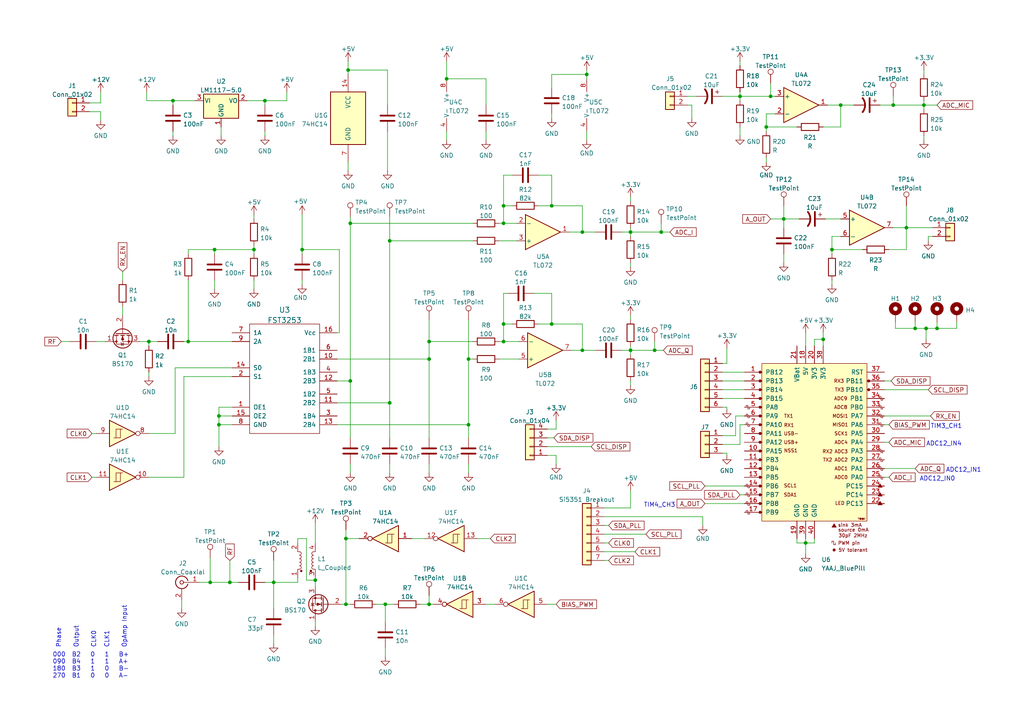
<source format=kicad_sch>
(kicad_sch (version 20211123) (generator eeschema)

  (uuid cfa9cd05-9603-46d5-b474-29a2d6124038)

  (paper "A4")

  

  (junction (at 62.23 72.39) (diameter 0) (color 0 0 0 0)
    (uuid 118788c2-d181-41ac-9cbd-c512dc3adb82)
  )
  (junction (at 60.96 168.91) (diameter 0) (color 0 0 0 0)
    (uuid 13085af3-7bd8-43b8-beef-92f1e8e982fc)
  )
  (junction (at 146.05 59.69) (diameter 0) (color 0 0 0 0)
    (uuid 13428218-0a65-44b6-b08d-cf0730c0cd0f)
  )
  (junction (at 160.02 59.69) (diameter 0) (color 0 0 0 0)
    (uuid 1901717c-1f5f-43dd-9370-d13f3aecf5bf)
  )
  (junction (at 267.97 30.48) (diameter 0) (color 0 0 0 0)
    (uuid 1a425413-4e3e-47dd-9a8f-197ab21a34f3)
  )
  (junction (at 100.965 20.32) (diameter 0) (color 0 0 0 0)
    (uuid 1f9a252b-d0e3-40a1-af05-36b545ec1908)
  )
  (junction (at 191.77 67.31) (diameter 0) (color 0 0 0 0)
    (uuid 263fcb62-8271-4cf6-8235-47231e0fcee9)
  )
  (junction (at 222.25 36.83) (diameter 0) (color 0 0 0 0)
    (uuid 2a00cc16-ff7e-4612-b94d-bb5628c69ca6)
  )
  (junction (at 168.91 67.31) (diameter 0) (color 0 0 0 0)
    (uuid 2a497385-098e-431d-a873-fcdc53acdcb7)
  )
  (junction (at 135.89 123.19) (diameter 0) (color 0 0 0 0)
    (uuid 2ac8fadc-60b4-4ef8-b7a6-ce2781e43973)
  )
  (junction (at 87.63 72.39) (diameter 0) (color 0 0 0 0)
    (uuid 2bf6097c-a364-4879-86f9-95ddd6eba2c4)
  )
  (junction (at 146.05 64.77) (diameter 0) (color 0 0 0 0)
    (uuid 30542b3e-e00f-4a3b-a705-9428f2abc665)
  )
  (junction (at 63.5 123.19) (diameter 0) (color 0 0 0 0)
    (uuid 389cff47-8a4c-4249-9798-55d927218d8c)
  )
  (junction (at 168.91 101.6) (diameter 0) (color 0 0 0 0)
    (uuid 39b47703-34bb-4961-a661-db8b1c6aff0e)
  )
  (junction (at 66.675 168.91) (diameter 0) (color 0 0 0 0)
    (uuid 3a8ce603-f234-4947-83d1-a5d511a0dbc3)
  )
  (junction (at 113.03 116.84) (diameter 0) (color 0 0 0 0)
    (uuid 47a81cfd-7042-4fe3-90f5-5a4900cf79c4)
  )
  (junction (at 63.5 120.65) (diameter 0) (color 0 0 0 0)
    (uuid 4ec42e36-9928-43bb-b9e4-a857fe7d18dc)
  )
  (junction (at 124.46 104.14) (diameter 0) (color 0 0 0 0)
    (uuid 5251e0d7-608f-4e25-aade-3a4062f4477a)
  )
  (junction (at 76.835 29.21) (diameter 0) (color 0 0 0 0)
    (uuid 56c260b7-4d73-4292-88c5-900ead39bef7)
  )
  (junction (at 100.33 175.26) (diameter 0) (color 0 0 0 0)
    (uuid 670db3e9-6800-411e-9ec6-dbcc7f09948d)
  )
  (junction (at 182.88 67.31) (diameter 0) (color 0 0 0 0)
    (uuid 678ecd2c-3e98-47a3-8372-99c3c5ceb4ae)
  )
  (junction (at 189.865 101.6) (diameter 0) (color 0 0 0 0)
    (uuid 6bcc74c3-3a15-4ad9-a4fd-8cd8673f626a)
  )
  (junction (at 135.89 104.14) (diameter 0) (color 0 0 0 0)
    (uuid 7603fb76-b61c-4154-b7e9-78a2b9e89352)
  )
  (junction (at 54.61 99.06) (diameter 0) (color 0 0 0 0)
    (uuid 7855d124-27ac-4435-b2ed-b83e63f20315)
  )
  (junction (at 262.89 66.04) (diameter 0) (color 0 0 0 0)
    (uuid 7b3d6c36-fdf2-4a1b-a49f-12ea2b707d37)
  )
  (junction (at 238.76 98.425) (diameter 0) (color 0 0 0 0)
    (uuid 7e1453ea-6f76-43a2-b97e-fed134a59d56)
  )
  (junction (at 227.33 63.5) (diameter 0) (color 0 0 0 0)
    (uuid 812c6207-9612-4c2e-9634-682e4c865c9a)
  )
  (junction (at 43.18 99.06) (diameter 0) (color 0 0 0 0)
    (uuid 887c00ae-f00c-43df-b157-8d5155c0602c)
  )
  (junction (at 101.6 64.77) (diameter 0) (color 0 0 0 0)
    (uuid 89005632-897c-49de-8d62-723b3de0fb27)
  )
  (junction (at 223.52 27.94) (diameter 0) (color 0 0 0 0)
    (uuid 8a97eb42-2dba-4407-a7de-3843e0ac4751)
  )
  (junction (at 100.33 156.21) (diameter 0) (color 0 0 0 0)
    (uuid 911ac92f-dc8f-473f-a819-6ec44a97da57)
  )
  (junction (at 259.08 30.48) (diameter 0) (color 0 0 0 0)
    (uuid 912ffd03-dc69-4763-b145-567882d2ddb6)
  )
  (junction (at 113.03 69.85) (diameter 0) (color 0 0 0 0)
    (uuid 96bafadd-1fc1-4b1e-8f78-2aaed9769b26)
  )
  (junction (at 271.78 95.25) (diameter 0) (color 0 0 0 0)
    (uuid 9cf027a8-abfc-471d-b268-17543aa5b0cc)
  )
  (junction (at 233.68 157.48) (diameter 0) (color 0 0 0 0)
    (uuid a092338a-8058-41e0-afe9-756ea88020bf)
  )
  (junction (at 129.54 22.86) (diameter 0) (color 0 0 0 0)
    (uuid a3537a34-bbf6-46a9-94ba-d3ed1793992f)
  )
  (junction (at 241.3 72.39) (diameter 0) (color 0 0 0 0)
    (uuid a4a37850-ef95-4439-8b65-c0c50d0d72df)
  )
  (junction (at 101.6 110.49) (diameter 0) (color 0 0 0 0)
    (uuid ac2e2276-1432-4d0b-888c-c63134522f21)
  )
  (junction (at 91.44 168.275) (diameter 0) (color 0 0 0 0)
    (uuid aef0e9cf-d6eb-48d5-9738-ba3a43b460c0)
  )
  (junction (at 214.63 27.94) (diameter 0) (color 0 0 0 0)
    (uuid af255be1-efc7-4fc1-92f5-1c36f1ce7842)
  )
  (junction (at 243.84 30.48) (diameter 0) (color 0 0 0 0)
    (uuid b4a54540-7c4b-4187-bb22-1dbcb05f60fa)
  )
  (junction (at 146.05 99.06) (diameter 0) (color 0 0 0 0)
    (uuid b817eaae-cb4e-4da1-8351-6bd31446a928)
  )
  (junction (at 170.18 21.59) (diameter 0) (color 0 0 0 0)
    (uuid b9459263-bd7b-449e-9e49-70e9937d6f20)
  )
  (junction (at 146.05 93.98) (diameter 0) (color 0 0 0 0)
    (uuid bbac73ef-b4f1-4a7f-97f2-f942f5c00496)
  )
  (junction (at 268.605 95.25) (diameter 0) (color 0 0 0 0)
    (uuid cb32bb7d-2d61-4482-bd9c-335d25b5ac4d)
  )
  (junction (at 124.46 99.06) (diameter 0) (color 0 0 0 0)
    (uuid cb5b6751-7bfa-40d1-8b70-006470c9ba64)
  )
  (junction (at 79.375 168.91) (diameter 0) (color 0 0 0 0)
    (uuid cb9fda80-d696-4d63-9a03-ac7e280fc27a)
  )
  (junction (at 182.88 101.6) (diameter 0) (color 0 0 0 0)
    (uuid cf496ca2-03e4-4340-a5bc-b3e150b90320)
  )
  (junction (at 73.66 72.39) (diameter 0) (color 0 0 0 0)
    (uuid da013340-3c24-403d-8836-9f9c162ccf4f)
  )
  (junction (at 124.46 175.26) (diameter 0) (color 0 0 0 0)
    (uuid ea05b4d5-8886-488a-b60b-64651f6dd582)
  )
  (junction (at 50.165 29.21) (diameter 0) (color 0 0 0 0)
    (uuid ef5f9ace-3b99-4abe-ad15-9c7f02655b0d)
  )
  (junction (at 160.02 93.98) (diameter 0) (color 0 0 0 0)
    (uuid f68ca172-40f3-4104-9be2-9cf1abf634eb)
  )
  (junction (at 111.76 175.26) (diameter 0) (color 0 0 0 0)
    (uuid f753612d-5bfd-44a5-996d-f299114abb27)
  )
  (junction (at 265.43 95.25) (diameter 0) (color 0 0 0 0)
    (uuid fe3b078b-dc39-4a12-879c-ea48c09798c4)
  )

  (wire (pts (xy 233.68 156.21) (xy 233.68 157.48))
    (stroke (width 0) (type default) (color 0 0 0 0))
    (uuid 00883efb-1f28-4126-8694-6aa4262a575e)
  )
  (wire (pts (xy 231.14 157.48) (xy 233.68 157.48))
    (stroke (width 0) (type default) (color 0 0 0 0))
    (uuid 02642004-ad77-45f3-aa96-e973ffb27d51)
  )
  (wire (pts (xy 160.02 93.98) (xy 168.91 93.98))
    (stroke (width 0) (type default) (color 0 0 0 0))
    (uuid 030d3073-06c6-4697-8a0d-d89674643663)
  )
  (wire (pts (xy 256.54 128.27) (xy 257.81 128.27))
    (stroke (width 0) (type default) (color 0 0 0 0))
    (uuid 031e8a53-b150-47f0-a273-0fae3f703cb1)
  )
  (wire (pts (xy 170.18 21.59) (xy 170.18 22.86))
    (stroke (width 0) (type default) (color 0 0 0 0))
    (uuid 034d6760-2f2a-427b-8a3b-388d87aaa248)
  )
  (wire (pts (xy 182.88 110.49) (xy 182.88 111.76))
    (stroke (width 0) (type default) (color 0 0 0 0))
    (uuid 03b4b33c-50e4-464c-a171-dc20d1ba4d6d)
  )
  (wire (pts (xy 189.865 99.06) (xy 189.865 101.6))
    (stroke (width 0) (type default) (color 0 0 0 0))
    (uuid 061afcba-1633-4069-91dd-43d63001e1e2)
  )
  (wire (pts (xy 100.965 20.32) (xy 100.965 21.59))
    (stroke (width 0) (type default) (color 0 0 0 0))
    (uuid 0785a29b-d758-42f8-85eb-1dea6067bbee)
  )
  (wire (pts (xy 63.5 123.19) (xy 67.31 123.19))
    (stroke (width 0) (type default) (color 0 0 0 0))
    (uuid 080a3865-8d49-4d4b-8300-65bfd1b135d7)
  )
  (wire (pts (xy 175.26 152.4) (xy 176.53 152.4))
    (stroke (width 0) (type default) (color 0 0 0 0))
    (uuid 081d5f3d-bc54-45a4-a4ea-ab138c3846ec)
  )
  (wire (pts (xy 168.91 67.31) (xy 172.72 67.31))
    (stroke (width 0) (type default) (color 0 0 0 0))
    (uuid 0920a59f-fa4e-42af-856f-660052e02eee)
  )
  (wire (pts (xy 124.46 92.71) (xy 124.46 99.06))
    (stroke (width 0) (type default) (color 0 0 0 0))
    (uuid 0be498c7-4ccb-442c-beaf-903eb8701bb6)
  )
  (wire (pts (xy 262.89 59.69) (xy 262.89 66.04))
    (stroke (width 0) (type default) (color 0 0 0 0))
    (uuid 0c208e67-3234-4916-adc8-b44edbf31aa7)
  )
  (wire (pts (xy 175.26 162.56) (xy 176.53 162.56))
    (stroke (width 0) (type default) (color 0 0 0 0))
    (uuid 0c8811b8-1d60-4160-84d8-6724c15fb851)
  )
  (wire (pts (xy 168.91 59.69) (xy 168.91 67.31))
    (stroke (width 0) (type default) (color 0 0 0 0))
    (uuid 0d090514-7f7e-4315-ba8c-a77cb257e8fa)
  )
  (wire (pts (xy 62.23 72.39) (xy 54.61 72.39))
    (stroke (width 0) (type default) (color 0 0 0 0))
    (uuid 0e496933-414b-421f-bc01-639ea1e13f67)
  )
  (wire (pts (xy 243.84 36.83) (xy 243.84 30.48))
    (stroke (width 0) (type default) (color 0 0 0 0))
    (uuid 111de3b4-b4e0-4edf-810b-546f00273dcb)
  )
  (wire (pts (xy 144.78 99.06) (xy 146.05 99.06))
    (stroke (width 0) (type default) (color 0 0 0 0))
    (uuid 1315a29d-ba3f-4aad-ad43-c327a3983a80)
  )
  (wire (pts (xy 160.02 50.8) (xy 160.02 59.69))
    (stroke (width 0) (type default) (color 0 0 0 0))
    (uuid 1332def0-2afb-4804-8362-0cf130152449)
  )
  (wire (pts (xy 241.3 68.58) (xy 243.84 68.58))
    (stroke (width 0) (type default) (color 0 0 0 0))
    (uuid 1388d00f-7ea6-41c8-9488-b83abfb3c346)
  )
  (wire (pts (xy 210.82 131.445) (xy 210.82 132.08))
    (stroke (width 0) (type default) (color 0 0 0 0))
    (uuid 148409a5-f3ae-429a-ba61-85765a74011a)
  )
  (wire (pts (xy 267.97 20.32) (xy 267.97 21.59))
    (stroke (width 0) (type default) (color 0 0 0 0))
    (uuid 14ae7189-5bac-4a1d-8a55-5036fcbe6284)
  )
  (wire (pts (xy 158.75 127) (xy 160.655 127))
    (stroke (width 0) (type default) (color 0 0 0 0))
    (uuid 152ae621-91d6-4ccb-9224-8d9a125f1b39)
  )
  (wire (pts (xy 87.63 81.28) (xy 87.63 82.55))
    (stroke (width 0) (type default) (color 0 0 0 0))
    (uuid 1564454a-82be-43c2-a2e9-e03e291a1c1d)
  )
  (wire (pts (xy 111.76 175.26) (xy 114.3 175.26))
    (stroke (width 0) (type default) (color 0 0 0 0))
    (uuid 198732bd-6351-468a-b085-e27e1ff28ceb)
  )
  (wire (pts (xy 269.24 68.58) (xy 270.51 68.58))
    (stroke (width 0) (type default) (color 0 0 0 0))
    (uuid 19eda56c-3fdf-426f-9e5d-00eac448b8f4)
  )
  (wire (pts (xy 26.67 138.43) (xy 27.94 138.43))
    (stroke (width 0) (type default) (color 0 0 0 0))
    (uuid 1a23bc91-02c7-4670-adfb-445ac4d3831a)
  )
  (wire (pts (xy 182.88 67.31) (xy 182.88 68.58))
    (stroke (width 0) (type default) (color 0 0 0 0))
    (uuid 1a860ecd-6133-4578-b98b-5078a51b899d)
  )
  (wire (pts (xy 129.54 17.78) (xy 129.54 22.86))
    (stroke (width 0) (type default) (color 0 0 0 0))
    (uuid 1aba2b23-cd71-4dbb-9ef1-2efa93d11392)
  )
  (wire (pts (xy 146.05 64.77) (xy 149.86 64.77))
    (stroke (width 0) (type default) (color 0 0 0 0))
    (uuid 1af82a59-023b-4f29-a924-2e8805e4948a)
  )
  (wire (pts (xy 91.44 168.275) (xy 91.44 170.18))
    (stroke (width 0) (type default) (color 0 0 0 0))
    (uuid 1b19fc82-5eba-4063-822f-6ad441a3ff7e)
  )
  (wire (pts (xy 43.18 99.06) (xy 45.72 99.06))
    (stroke (width 0) (type default) (color 0 0 0 0))
    (uuid 1bd587cf-e458-4600-be8f-44f16734b75b)
  )
  (wire (pts (xy 63.5 123.19) (xy 63.5 129.54))
    (stroke (width 0) (type default) (color 0 0 0 0))
    (uuid 1c6caab3-34fc-4c77-8b73-15f9258c301b)
  )
  (wire (pts (xy 76.835 38.1) (xy 76.835 39.37))
    (stroke (width 0) (type default) (color 0 0 0 0))
    (uuid 1d0e3a1b-2be7-4e15-a2ed-ccd34314efef)
  )
  (wire (pts (xy 209.55 126.365) (xy 213.36 126.365))
    (stroke (width 0) (type default) (color 0 0 0 0))
    (uuid 1d613996-f9d6-496e-b4ca-eb120745c729)
  )
  (wire (pts (xy 158.75 132.08) (xy 161.29 132.08))
    (stroke (width 0) (type default) (color 0 0 0 0))
    (uuid 1df113eb-9e7e-41cd-b905-5c38b47ae42b)
  )
  (wire (pts (xy 124.46 104.14) (xy 124.46 127))
    (stroke (width 0) (type default) (color 0 0 0 0))
    (uuid 1e57052a-71e8-4d0a-a4fc-cf6840b575e6)
  )
  (wire (pts (xy 97.79 116.84) (xy 113.03 116.84))
    (stroke (width 0) (type default) (color 0 0 0 0))
    (uuid 1f0ed51d-cce5-452f-bc45-80d75fa5006b)
  )
  (wire (pts (xy 175.26 154.94) (xy 187.325 154.94))
    (stroke (width 0) (type default) (color 0 0 0 0))
    (uuid 1f817b63-9a8c-4654-80a1-e27eacdec1e7)
  )
  (wire (pts (xy 191.77 67.31) (xy 194.31 67.31))
    (stroke (width 0) (type default) (color 0 0 0 0))
    (uuid 2196e22c-6af2-4f8b-80cd-01a3001bee82)
  )
  (wire (pts (xy 209.55 118.11) (xy 210.82 118.11))
    (stroke (width 0) (type default) (color 0 0 0 0))
    (uuid 22957b5a-c95e-4b11-9b31-467b1827f7d3)
  )
  (wire (pts (xy 101.6 110.49) (xy 101.6 127))
    (stroke (width 0) (type default) (color 0 0 0 0))
    (uuid 22b3a380-3fcd-4e63-8616-8b6155103a01)
  )
  (wire (pts (xy 257.81 123.19) (xy 256.54 123.19))
    (stroke (width 0) (type default) (color 0 0 0 0))
    (uuid 232d142e-3436-45d2-93af-f4b1747c9b20)
  )
  (wire (pts (xy 140.97 38.1) (xy 140.97 40.64))
    (stroke (width 0) (type default) (color 0 0 0 0))
    (uuid 23baacfe-15cd-4201-9618-c1c2030f5bdd)
  )
  (wire (pts (xy 227.33 66.04) (xy 227.33 63.5))
    (stroke (width 0) (type default) (color 0 0 0 0))
    (uuid 24118d5c-3154-4d1a-943d-404403269584)
  )
  (wire (pts (xy 214.63 36.83) (xy 214.63 39.37))
    (stroke (width 0) (type default) (color 0 0 0 0))
    (uuid 24532b75-da97-4577-989c-b5f21ce3b6eb)
  )
  (wire (pts (xy 101.6 64.77) (xy 137.16 64.77))
    (stroke (width 0) (type default) (color 0 0 0 0))
    (uuid 2529d0fb-8f22-447f-8427-8d2e97268c8a)
  )
  (wire (pts (xy 98.425 72.39) (xy 87.63 72.39))
    (stroke (width 0) (type default) (color 0 0 0 0))
    (uuid 2658638a-631a-4603-b4bb-a07a7eead328)
  )
  (wire (pts (xy 144.78 104.14) (xy 150.495 104.14))
    (stroke (width 0) (type default) (color 0 0 0 0))
    (uuid 26aefdf7-a375-4ec6-8f9e-0d921b08475e)
  )
  (wire (pts (xy 238.76 96.52) (xy 238.76 98.425))
    (stroke (width 0) (type default) (color 0 0 0 0))
    (uuid 27771ad2-468c-4146-8e60-bdf49e77a5f1)
  )
  (wire (pts (xy 269.24 113.03) (xy 256.54 113.03))
    (stroke (width 0) (type default) (color 0 0 0 0))
    (uuid 27a0f816-9c3e-434b-8e07-04f87ddcffe0)
  )
  (wire (pts (xy 91.44 167.64) (xy 91.44 168.275))
    (stroke (width 0) (type default) (color 0 0 0 0))
    (uuid 27afb6b1-a979-4106-8a0e-3093c33c91cd)
  )
  (wire (pts (xy 213.36 126.365) (xy 213.36 120.65))
    (stroke (width 0) (type default) (color 0 0 0 0))
    (uuid 2989dacf-96a4-4ec4-817d-44cecc08e1a5)
  )
  (wire (pts (xy 112.395 20.32) (xy 112.395 30.48))
    (stroke (width 0) (type default) (color 0 0 0 0))
    (uuid 2a4058f9-10d3-456f-abbe-c1e261822a2f)
  )
  (wire (pts (xy 213.36 120.65) (xy 215.9 120.65))
    (stroke (width 0) (type default) (color 0 0 0 0))
    (uuid 2a75184e-7571-45f7-9171-b22c6f37a982)
  )
  (wire (pts (xy 175.26 149.86) (xy 203.835 149.86))
    (stroke (width 0) (type default) (color 0 0 0 0))
    (uuid 2a99848c-d5de-4d4a-bc86-d7f2f3fcb70d)
  )
  (wire (pts (xy 63.5 118.11) (xy 63.5 120.65))
    (stroke (width 0) (type default) (color 0 0 0 0))
    (uuid 2cc2e233-4306-48be-b0c4-6ddb248cc31e)
  )
  (wire (pts (xy 239.395 63.5) (xy 243.84 63.5))
    (stroke (width 0) (type default) (color 0 0 0 0))
    (uuid 2d356308-aeaf-4f93-b73d-3abce19b3946)
  )
  (wire (pts (xy 241.3 73.66) (xy 241.3 72.39))
    (stroke (width 0) (type default) (color 0 0 0 0))
    (uuid 2dccf0e2-3941-40bd-b5c7-5eb69532c043)
  )
  (wire (pts (xy 200.66 30.48) (xy 200.66 34.29))
    (stroke (width 0) (type default) (color 0 0 0 0))
    (uuid 2e075f01-bc79-4b6b-b861-f295984720ec)
  )
  (wire (pts (xy 262.89 66.04) (xy 270.51 66.04))
    (stroke (width 0) (type default) (color 0 0 0 0))
    (uuid 3147d321-eaae-4b1b-a937-493c272ee75d)
  )
  (wire (pts (xy 241.3 72.39) (xy 241.3 68.58))
    (stroke (width 0) (type default) (color 0 0 0 0))
    (uuid 329256cf-77d3-449d-8e34-032c8402af2d)
  )
  (wire (pts (xy 236.22 157.48) (xy 236.22 156.21))
    (stroke (width 0) (type default) (color 0 0 0 0))
    (uuid 33d45c02-7e6c-474e-960d-0b0b839e654a)
  )
  (wire (pts (xy 209.55 105.41) (xy 210.82 105.41))
    (stroke (width 0) (type default) (color 0 0 0 0))
    (uuid 35d08951-e8ac-4640-973c-db3ffa583923)
  )
  (wire (pts (xy 170.18 21.59) (xy 160.02 21.59))
    (stroke (width 0) (type default) (color 0 0 0 0))
    (uuid 36059a97-5c8d-4c56-8b92-f3604f10c69e)
  )
  (wire (pts (xy 199.39 30.48) (xy 200.66 30.48))
    (stroke (width 0) (type default) (color 0 0 0 0))
    (uuid 365c81b2-4e46-4c3a-9ef6-48f32b2ac524)
  )
  (wire (pts (xy 182.88 66.04) (xy 182.88 67.31))
    (stroke (width 0) (type default) (color 0 0 0 0))
    (uuid 37265181-b1e1-4d9e-9c3f-8c88143927e0)
  )
  (wire (pts (xy 233.68 157.48) (xy 236.22 157.48))
    (stroke (width 0) (type default) (color 0 0 0 0))
    (uuid 38c49fe9-688e-4c07-818d-1711b33af5ad)
  )
  (wire (pts (xy 257.81 72.39) (xy 262.89 72.39))
    (stroke (width 0) (type default) (color 0 0 0 0))
    (uuid 3acf52d6-5099-46c4-99b9-28e5f3ee620a)
  )
  (wire (pts (xy 100.33 175.26) (xy 100.33 156.21))
    (stroke (width 0) (type default) (color 0 0 0 0))
    (uuid 3b699dc5-e15d-4ea1-9daa-6ff243fd9249)
  )
  (wire (pts (xy 156.21 50.8) (xy 160.02 50.8))
    (stroke (width 0) (type default) (color 0 0 0 0))
    (uuid 3bb798dd-ebec-4b98-95a8-9f929e29e646)
  )
  (wire (pts (xy 87.63 62.23) (xy 87.63 72.39))
    (stroke (width 0) (type default) (color 0 0 0 0))
    (uuid 3bc6825c-d3da-4713-8b5c-b9003944cd69)
  )
  (wire (pts (xy 135.89 104.14) (xy 137.16 104.14))
    (stroke (width 0) (type default) (color 0 0 0 0))
    (uuid 3bd989a7-90af-4047-be51-b4435f5621ab)
  )
  (wire (pts (xy 111.76 175.26) (xy 111.76 180.34))
    (stroke (width 0) (type default) (color 0 0 0 0))
    (uuid 3c73e90e-5e55-4c04-809a-a9831737461c)
  )
  (wire (pts (xy 27.94 99.06) (xy 30.48 99.06))
    (stroke (width 0) (type default) (color 0 0 0 0))
    (uuid 3e3644b2-8b88-4f29-82ab-532b3b280a0e)
  )
  (wire (pts (xy 227.33 59.69) (xy 227.33 63.5))
    (stroke (width 0) (type default) (color 0 0 0 0))
    (uuid 3f54401f-6ccd-43e9-8f62-64d3df4493c7)
  )
  (wire (pts (xy 146.05 93.98) (xy 146.05 85.09))
    (stroke (width 0) (type default) (color 0 0 0 0))
    (uuid 3fc3f042-ca5b-40bb-92d5-3e9bc18897d6)
  )
  (wire (pts (xy 29.21 32.385) (xy 29.21 34.925))
    (stroke (width 0) (type default) (color 0 0 0 0))
    (uuid 3fd18252-69cd-4f8f-963e-e39063f42481)
  )
  (wire (pts (xy 259.715 95.25) (xy 265.43 95.25))
    (stroke (width 0) (type default) (color 0 0 0 0))
    (uuid 403d9de4-3624-4dc3-98af-5bca7da7b640)
  )
  (wire (pts (xy 146.05 99.06) (xy 146.05 93.98))
    (stroke (width 0) (type default) (color 0 0 0 0))
    (uuid 42aa27a3-7176-448f-bab8-7e8da54316fb)
  )
  (wire (pts (xy 214.63 27.94) (xy 214.63 29.21))
    (stroke (width 0) (type default) (color 0 0 0 0))
    (uuid 471bc546-f77f-404d-a459-2865468640e1)
  )
  (wire (pts (xy 62.23 72.39) (xy 62.23 73.66))
    (stroke (width 0) (type default) (color 0 0 0 0))
    (uuid 498ce1e8-3943-4853-9d8c-2d5f8b020b76)
  )
  (wire (pts (xy 63.5 120.65) (xy 67.31 120.65))
    (stroke (width 0) (type default) (color 0 0 0 0))
    (uuid 4be32149-8a08-44e3-a420-362a5fb9044f)
  )
  (wire (pts (xy 168.91 101.6) (xy 168.91 93.98))
    (stroke (width 0) (type default) (color 0 0 0 0))
    (uuid 4d671920-902d-4722-bfeb-1daebcab921d)
  )
  (wire (pts (xy 101.6 62.865) (xy 101.6 64.77))
    (stroke (width 0) (type default) (color 0 0 0 0))
    (uuid 4e0cc164-c102-48af-98d4-9f90a8478dc7)
  )
  (wire (pts (xy 231.14 156.21) (xy 231.14 157.48))
    (stroke (width 0) (type default) (color 0 0 0 0))
    (uuid 5079de0c-abd9-49f1-82eb-274061ca849a)
  )
  (wire (pts (xy 119.38 156.21) (xy 123.19 156.21))
    (stroke (width 0) (type default) (color 0 0 0 0))
    (uuid 507b9ba0-9d00-4724-a470-9c8a3aee35e8)
  )
  (wire (pts (xy 267.97 39.37) (xy 267.97 40.64))
    (stroke (width 0) (type default) (color 0 0 0 0))
    (uuid 54419245-aec2-4246-987f-d6fa8fcff994)
  )
  (wire (pts (xy 256.54 120.65) (xy 269.875 120.65))
    (stroke (width 0) (type default) (color 0 0 0 0))
    (uuid 551cbfb0-1e1d-4004-a582-b99cb636b635)
  )
  (wire (pts (xy 158.75 175.26) (xy 161.29 175.26))
    (stroke (width 0) (type default) (color 0 0 0 0))
    (uuid 56023c5b-a884-4739-a4f1-f56bccc1b687)
  )
  (wire (pts (xy 160.02 21.59) (xy 160.02 25.4))
    (stroke (width 0) (type default) (color 0 0 0 0))
    (uuid 58086011-c9dd-4c6c-b721-a3c18d79ee7a)
  )
  (wire (pts (xy 269.24 69.85) (xy 269.24 68.58))
    (stroke (width 0) (type default) (color 0 0 0 0))
    (uuid 581f669a-ca98-42b6-bc63-33d325982f41)
  )
  (wire (pts (xy 209.55 107.95) (xy 215.9 107.95))
    (stroke (width 0) (type default) (color 0 0 0 0))
    (uuid 59068bb2-39ff-4349-b36e-33b398659c42)
  )
  (wire (pts (xy 124.46 175.26) (xy 125.73 175.26))
    (stroke (width 0) (type default) (color 0 0 0 0))
    (uuid 5a5a2fd3-2b09-4a04-be8e-aefb0bd5932c)
  )
  (wire (pts (xy 86.36 167.64) (xy 86.36 168.91))
    (stroke (width 0) (type default) (color 0 0 0 0))
    (uuid 5b2e9ca3-0a74-4703-bf31-5d413ab0538f)
  )
  (wire (pts (xy 88.9 168.275) (xy 88.9 156.21))
    (stroke (width 0) (type default) (color 0 0 0 0))
    (uuid 5b40cb15-ee96-486c-b531-842d2aa53199)
  )
  (wire (pts (xy 144.78 69.85) (xy 149.86 69.85))
    (stroke (width 0) (type default) (color 0 0 0 0))
    (uuid 5b88e83b-dc2c-4b8a-84d9-64f49cdc2190)
  )
  (wire (pts (xy 138.43 156.21) (xy 142.24 156.21))
    (stroke (width 0) (type default) (color 0 0 0 0))
    (uuid 5dc036d4-f7d9-41f7-99a5-5624aeb207d7)
  )
  (wire (pts (xy 204.47 140.97) (xy 215.9 140.97))
    (stroke (width 0) (type default) (color 0 0 0 0))
    (uuid 5e52a5db-5e7a-4a68-b32e-c190fc989e7a)
  )
  (wire (pts (xy 277.495 95.25) (xy 277.495 93.345))
    (stroke (width 0) (type default) (color 0 0 0 0))
    (uuid 5edd79b7-d6ab-4d6e-9f03-fb2757f3b8fc)
  )
  (wire (pts (xy 175.26 160.02) (xy 184.15 160.02))
    (stroke (width 0) (type default) (color 0 0 0 0))
    (uuid 5ede96bd-4e2c-4319-a2f7-e1e8ffb0556c)
  )
  (wire (pts (xy 209.55 113.03) (xy 215.9 113.03))
    (stroke (width 0) (type default) (color 0 0 0 0))
    (uuid 5eec1020-25f5-4919-91ba-2dcc1212fc0e)
  )
  (wire (pts (xy 170.18 38.1) (xy 170.18 40.64))
    (stroke (width 0) (type default) (color 0 0 0 0))
    (uuid 5fa26e31-5010-4528-87c7-047a887ada1c)
  )
  (wire (pts (xy 161.29 121.92) (xy 161.29 124.46))
    (stroke (width 0) (type default) (color 0 0 0 0))
    (uuid 602f60be-4e0b-464c-a51e-723d94cbc3f2)
  )
  (wire (pts (xy 53.34 109.22) (xy 67.31 109.22))
    (stroke (width 0) (type default) (color 0 0 0 0))
    (uuid 6075b087-5cbf-4c6d-82bb-6e04e619fe4e)
  )
  (wire (pts (xy 91.44 151.765) (xy 91.44 157.48))
    (stroke (width 0) (type default) (color 0 0 0 0))
    (uuid 60a00c03-5a23-44e1-a481-a8c5e905cf52)
  )
  (wire (pts (xy 88.9 156.21) (xy 86.36 156.21))
    (stroke (width 0) (type default) (color 0 0 0 0))
    (uuid 60d376e8-ceab-40b8-9b75-630be4ad4c25)
  )
  (wire (pts (xy 50.8 125.73) (xy 50.8 106.68))
    (stroke (width 0) (type default) (color 0 0 0 0))
    (uuid 62a3281d-5f63-4182-b7be-844c9941cff4)
  )
  (wire (pts (xy 135.89 123.19) (xy 135.89 127))
    (stroke (width 0) (type default) (color 0 0 0 0))
    (uuid 63386d13-b566-4456-ad2b-2ea886e46e6b)
  )
  (wire (pts (xy 52.705 173.99) (xy 52.705 176.53))
    (stroke (width 0) (type default) (color 0 0 0 0))
    (uuid 641054c4-eb18-4b48-b702-e8140e986622)
  )
  (wire (pts (xy 50.165 29.21) (xy 50.165 30.48))
    (stroke (width 0) (type default) (color 0 0 0 0))
    (uuid 66379e2d-0b51-4081-99b4-c340ee87d821)
  )
  (wire (pts (xy 97.79 96.52) (xy 98.425 96.52))
    (stroke (width 0) (type default) (color 0 0 0 0))
    (uuid 673c5da1-7e9c-477a-925d-2332d9226bd7)
  )
  (wire (pts (xy 182.88 142.24) (xy 182.88 147.32))
    (stroke (width 0) (type default) (color 0 0 0 0))
    (uuid 6771fcf3-c962-4b8e-8481-8ef42b3a078a)
  )
  (wire (pts (xy 53.34 138.43) (xy 43.18 138.43))
    (stroke (width 0) (type default) (color 0 0 0 0))
    (uuid 69be128b-bcba-405b-a019-280e344ed222)
  )
  (wire (pts (xy 227.33 73.66) (xy 227.33 76.2))
    (stroke (width 0) (type default) (color 0 0 0 0))
    (uuid 6ab8a896-0ded-4e22-a6c6-41a433df98bb)
  )
  (wire (pts (xy 140.97 175.26) (xy 143.51 175.26))
    (stroke (width 0) (type default) (color 0 0 0 0))
    (uuid 6afa735e-e6b2-4795-8173-da1292be36d7)
  )
  (wire (pts (xy 86.36 168.91) (xy 79.375 168.91))
    (stroke (width 0) (type default) (color 0 0 0 0))
    (uuid 6b53fda5-d070-4a02-aad5-e9342e42f58f)
  )
  (wire (pts (xy 113.03 134.62) (xy 113.03 137.16))
    (stroke (width 0) (type default) (color 0 0 0 0))
    (uuid 6bea2805-04f9-4398-b42b-3d86704b2762)
  )
  (wire (pts (xy 54.61 81.28) (xy 54.61 99.06))
    (stroke (width 0) (type default) (color 0 0 0 0))
    (uuid 6bf87724-5152-4e74-b3bb-d4ecba1eb536)
  )
  (wire (pts (xy 66.675 168.91) (xy 69.215 168.91))
    (stroke (width 0) (type default) (color 0 0 0 0))
    (uuid 6c21e4db-18d0-48b4-a082-7d3b40300379)
  )
  (wire (pts (xy 259.08 27.94) (xy 259.08 30.48))
    (stroke (width 0) (type default) (color 0 0 0 0))
    (uuid 6cef4895-fb98-4532-aa9a-f334b140cb36)
  )
  (wire (pts (xy 71.755 29.21) (xy 76.835 29.21))
    (stroke (width 0) (type default) (color 0 0 0 0))
    (uuid 6d260756-031d-43b6-9c8b-41c36f839e01)
  )
  (wire (pts (xy 271.78 93.345) (xy 271.78 95.25))
    (stroke (width 0) (type default) (color 0 0 0 0))
    (uuid 6d396e0f-b7db-467a-acd7-55694e69ccc4)
  )
  (wire (pts (xy 223.52 63.5) (xy 227.33 63.5))
    (stroke (width 0) (type default) (color 0 0 0 0))
    (uuid 6e0686f5-021c-4177-980c-a78a6dbd8e17)
  )
  (wire (pts (xy 111.76 187.96) (xy 111.76 190.5))
    (stroke (width 0) (type default) (color 0 0 0 0))
    (uuid 72cb77f0-b00f-4a09-979e-49d156b50ab0)
  )
  (wire (pts (xy 182.88 101.6) (xy 189.865 101.6))
    (stroke (width 0) (type default) (color 0 0 0 0))
    (uuid 7453cafb-5ee6-4b99-84ff-da0b5508e70d)
  )
  (wire (pts (xy 135.89 104.14) (xy 135.89 123.19))
    (stroke (width 0) (type default) (color 0 0 0 0))
    (uuid 7460ff02-6d62-41ed-aa62-c0477912b4c6)
  )
  (wire (pts (xy 113.03 62.865) (xy 113.03 69.85))
    (stroke (width 0) (type default) (color 0 0 0 0))
    (uuid 75c30cb2-7ee9-4181-8cdd-20b887ecb728)
  )
  (wire (pts (xy 86.36 156.21) (xy 86.36 157.48))
    (stroke (width 0) (type default) (color 0 0 0 0))
    (uuid 76a25e49-56a5-413a-a1aa-14e938805c5d)
  )
  (wire (pts (xy 50.165 29.21) (xy 56.515 29.21))
    (stroke (width 0) (type default) (color 0 0 0 0))
    (uuid 780c2ea4-5f4d-4b33-aa88-12cbc877845b)
  )
  (wire (pts (xy 222.25 38.1) (xy 222.25 36.83))
    (stroke (width 0) (type default) (color 0 0 0 0))
    (uuid 7814ba36-8511-44f2-9684-71bb36db84c1)
  )
  (wire (pts (xy 124.46 99.06) (xy 137.16 99.06))
    (stroke (width 0) (type default) (color 0 0 0 0))
    (uuid 79b6829f-5f13-4a8c-94e6-a3363b82ceb3)
  )
  (wire (pts (xy 182.88 67.31) (xy 191.77 67.31))
    (stroke (width 0) (type default) (color 0 0 0 0))
    (uuid 7b581787-3059-44be-8c1b-ae838c154f65)
  )
  (wire (pts (xy 66.675 162.56) (xy 66.675 168.91))
    (stroke (width 0) (type default) (color 0 0 0 0))
    (uuid 7b98a2bf-ac8a-415f-b228-b3f4e4c3cc51)
  )
  (wire (pts (xy 262.89 72.39) (xy 262.89 66.04))
    (stroke (width 0) (type default) (color 0 0 0 0))
    (uuid 7c9a06f3-0176-402e-ac02-27f761108439)
  )
  (wire (pts (xy 135.89 134.62) (xy 135.89 137.16))
    (stroke (width 0) (type default) (color 0 0 0 0))
    (uuid 7de1515b-c591-443e-aa98-802597058555)
  )
  (wire (pts (xy 215.9 123.19) (xy 214.63 123.19))
    (stroke (width 0) (type default) (color 0 0 0 0))
    (uuid 7dfdfed4-a350-4b31-a6cb-d05beaafa07a)
  )
  (wire (pts (xy 158.75 124.46) (xy 161.29 124.46))
    (stroke (width 0) (type default) (color 0 0 0 0))
    (uuid 805b47dd-7f8d-4c6c-950b-54737a79118e)
  )
  (wire (pts (xy 189.865 101.6) (xy 192.405 101.6))
    (stroke (width 0) (type default) (color 0 0 0 0))
    (uuid 80c7369d-6c1b-41bd-a7f0-37faa41d1f2c)
  )
  (wire (pts (xy 112.395 20.32) (xy 100.965 20.32))
    (stroke (width 0) (type default) (color 0 0 0 0))
    (uuid 8217cb70-9017-4920-8a6f-7b6c1b2d14c2)
  )
  (wire (pts (xy 60.96 161.925) (xy 60.96 168.91))
    (stroke (width 0) (type default) (color 0 0 0 0))
    (uuid 8424a674-d6a8-4c0a-9ab1-c65184ba54cc)
  )
  (wire (pts (xy 135.89 92.71) (xy 135.89 104.14))
    (stroke (width 0) (type default) (color 0 0 0 0))
    (uuid 84c1a300-935b-45e7-a679-58b92dc433c0)
  )
  (wire (pts (xy 146.05 59.69) (xy 146.05 50.8))
    (stroke (width 0) (type default) (color 0 0 0 0))
    (uuid 84fe7646-bb3d-45a9-ae96-164591bb4772)
  )
  (wire (pts (xy 50.8 106.68) (xy 67.31 106.68))
    (stroke (width 0) (type default) (color 0 0 0 0))
    (uuid 877fcef9-cca7-48b0-9efe-cbe8c3b8f647)
  )
  (wire (pts (xy 238.76 36.83) (xy 243.84 36.83))
    (stroke (width 0) (type default) (color 0 0 0 0))
    (uuid 8977446e-c252-4412-b48b-46c8cc4c6f10)
  )
  (wire (pts (xy 223.52 27.94) (xy 224.79 27.94))
    (stroke (width 0) (type default) (color 0 0 0 0))
    (uuid 8a2e71a9-c1bf-40c0-9415-bf00169308ae)
  )
  (wire (pts (xy 50.165 38.1) (xy 50.165 39.37))
    (stroke (width 0) (type default) (color 0 0 0 0))
    (uuid 8ae920cf-0ab4-4233-b7e9-fe2e167bdfb1)
  )
  (wire (pts (xy 243.84 30.48) (xy 240.03 30.48))
    (stroke (width 0) (type default) (color 0 0 0 0))
    (uuid 8b6cfccb-4ad3-464a-88f6-75b74dc8bf6d)
  )
  (wire (pts (xy 17.78 99.06) (xy 20.32 99.06))
    (stroke (width 0) (type default) (color 0 0 0 0))
    (uuid 8bb79127-90e3-4672-8b7f-38b4ca60faeb)
  )
  (wire (pts (xy 42.545 29.21) (xy 50.165 29.21))
    (stroke (width 0) (type default) (color 0 0 0 0))
    (uuid 8ca4dc3b-7333-4a80-8ec2-6f748e50076e)
  )
  (wire (pts (xy 182.88 100.33) (xy 182.88 101.6))
    (stroke (width 0) (type default) (color 0 0 0 0))
    (uuid 8cd7ca1c-cb8d-47c9-a06b-9bd8d4179fd3)
  )
  (wire (pts (xy 191.77 64.77) (xy 191.77 67.31))
    (stroke (width 0) (type default) (color 0 0 0 0))
    (uuid 8cf19575-a0a4-4ceb-bc71-630eb2853e19)
  )
  (wire (pts (xy 214.63 128.905) (xy 209.55 128.905))
    (stroke (width 0) (type default) (color 0 0 0 0))
    (uuid 8d9a7027-cda3-4550-a8b9-b65a5e3bed71)
  )
  (wire (pts (xy 146.05 64.77) (xy 146.05 59.69))
    (stroke (width 0) (type default) (color 0 0 0 0))
    (uuid 8dc44ab4-ab38-4f63-88c7-77a157a44e7f)
  )
  (wire (pts (xy 222.25 36.83) (xy 231.14 36.83))
    (stroke (width 0) (type default) (color 0 0 0 0))
    (uuid 8e31b054-6cfd-4eed-ac34-7665b1b6d98c)
  )
  (wire (pts (xy 209.55 131.445) (xy 210.82 131.445))
    (stroke (width 0) (type default) (color 0 0 0 0))
    (uuid 8ee58a1f-b60e-4311-a0f9-fa002c156f59)
  )
  (wire (pts (xy 182.88 91.44) (xy 182.88 92.71))
    (stroke (width 0) (type default) (color 0 0 0 0))
    (uuid 8f0e556e-6e65-41cc-b2c3-d10f1bc2faa8)
  )
  (wire (pts (xy 57.785 168.91) (xy 60.96 168.91))
    (stroke (width 0) (type default) (color 0 0 0 0))
    (uuid 8f1307dd-f394-4789-9724-5d4dac68dc44)
  )
  (wire (pts (xy 204.47 146.05) (xy 215.9 146.05))
    (stroke (width 0) (type default) (color 0 0 0 0))
    (uuid 8f74ecb0-2c4a-429c-9de9-ea394585d039)
  )
  (wire (pts (xy 29.21 26.67) (xy 29.21 29.845))
    (stroke (width 0) (type default) (color 0 0 0 0))
    (uuid 8fa270d7-98ba-46c4-8fc6-b23d7717eb50)
  )
  (wire (pts (xy 113.03 69.85) (xy 113.03 116.84))
    (stroke (width 0) (type default) (color 0 0 0 0))
    (uuid 8fe802e9-a3c5-4f0d-bd3a-834ea9023025)
  )
  (wire (pts (xy 210.82 100.965) (xy 210.82 105.41))
    (stroke (width 0) (type default) (color 0 0 0 0))
    (uuid 90530e2a-e635-4219-9f0f-f3073314acd7)
  )
  (wire (pts (xy 258.445 110.49) (xy 256.54 110.49))
    (stroke (width 0) (type default) (color 0 0 0 0))
    (uuid 9254169a-eab4-43d9-a7f8-ca22f5c9a231)
  )
  (wire (pts (xy 267.97 29.21) (xy 267.97 30.48))
    (stroke (width 0) (type default) (color 0 0 0 0))
    (uuid 936b1333-9e73-448c-8528-db055b8b7ab5)
  )
  (wire (pts (xy 144.78 64.77) (xy 146.05 64.77))
    (stroke (width 0) (type default) (color 0 0 0 0))
    (uuid 95b48fa4-4208-40da-8975-4b60ab1b4806)
  )
  (wire (pts (xy 100.33 153.67) (xy 100.33 156.21))
    (stroke (width 0) (type default) (color 0 0 0 0))
    (uuid 96a4ff40-b855-480c-8d5e-6a728cba500c)
  )
  (wire (pts (xy 236.22 98.425) (xy 236.22 100.33))
    (stroke (width 0) (type default) (color 0 0 0 0))
    (uuid 97acfd4d-7606-47ab-92b1-ac3aef8eabf4)
  )
  (wire (pts (xy 227.33 63.5) (xy 231.775 63.5))
    (stroke (width 0) (type default) (color 0 0 0 0))
    (uuid 98f26c01-4f2d-4a30-bba6-e82d55b36c29)
  )
  (wire (pts (xy 222.25 33.02) (xy 224.79 33.02))
    (stroke (width 0) (type default) (color 0 0 0 0))
    (uuid 9a0dd28d-d61b-4bfb-8604-b67d9bd0246d)
  )
  (wire (pts (xy 160.02 59.69) (xy 168.91 59.69))
    (stroke (width 0) (type default) (color 0 0 0 0))
    (uuid 9a9d67dd-4cee-4430-9131-723a983d6fca)
  )
  (wire (pts (xy 158.75 129.54) (xy 171.45 129.54))
    (stroke (width 0) (type default) (color 0 0 0 0))
    (uuid 9be641fc-26fa-403d-a9ec-a2be4b21d810)
  )
  (wire (pts (xy 140.97 22.86) (xy 140.97 30.48))
    (stroke (width 0) (type default) (color 0 0 0 0))
    (uuid 9dd7ee15-b733-498e-88cc-66d0c63df334)
  )
  (wire (pts (xy 265.43 95.25) (xy 268.605 95.25))
    (stroke (width 0) (type default) (color 0 0 0 0))
    (uuid 9e94bcd1-748c-452e-8568-d5b138612eb4)
  )
  (wire (pts (xy 124.46 172.72) (xy 124.46 175.26))
    (stroke (width 0) (type default) (color 0 0 0 0))
    (uuid 9f21ab2b-de41-489e-a1b0-f1de7b88ddc8)
  )
  (wire (pts (xy 83.185 26.67) (xy 83.185 29.21))
    (stroke (width 0) (type default) (color 0 0 0 0))
    (uuid 9fcf4c6e-9bca-4536-aeb1-aed560f8bcbc)
  )
  (wire (pts (xy 182.88 101.6) (xy 182.88 102.87))
    (stroke (width 0) (type default) (color 0 0 0 0))
    (uuid a02e3915-4b68-471b-9962-3491085575fc)
  )
  (wire (pts (xy 124.46 134.62) (xy 124.46 137.16))
    (stroke (width 0) (type default) (color 0 0 0 0))
    (uuid a09aba18-c07c-44fb-9421-045de9d29328)
  )
  (wire (pts (xy 160.02 93.98) (xy 160.02 85.09))
    (stroke (width 0) (type default) (color 0 0 0 0))
    (uuid a0db5c8e-92cf-4631-a58e-df422f751547)
  )
  (wire (pts (xy 236.22 98.425) (xy 238.76 98.425))
    (stroke (width 0) (type default) (color 0 0 0 0))
    (uuid a2d50350-391f-49f6-bf37-77a56f19f531)
  )
  (wire (pts (xy 233.68 157.48) (xy 233.68 160.655))
    (stroke (width 0) (type default) (color 0 0 0 0))
    (uuid a311f64a-eab4-4c52-a5df-5d4acab6fcd2)
  )
  (wire (pts (xy 209.55 27.94) (xy 214.63 27.94))
    (stroke (width 0) (type default) (color 0 0 0 0))
    (uuid a31eee0e-4cbe-43a5-86df-15b5764f341f)
  )
  (wire (pts (xy 100.33 175.26) (xy 101.6 175.26))
    (stroke (width 0) (type default) (color 0 0 0 0))
    (uuid a38bd947-3319-45bb-b6ee-6c9510452b28)
  )
  (wire (pts (xy 268.605 95.25) (xy 268.605 98.425))
    (stroke (width 0) (type default) (color 0 0 0 0))
    (uuid a38d240c-e885-4dd5-adc9-ac0c5f5567d4)
  )
  (wire (pts (xy 97.79 104.14) (xy 124.46 104.14))
    (stroke (width 0) (type default) (color 0 0 0 0))
    (uuid a52ed006-f813-4211-ada6-ce07206f869f)
  )
  (wire (pts (xy 168.91 101.6) (xy 172.72 101.6))
    (stroke (width 0) (type default) (color 0 0 0 0))
    (uuid a62661e9-53c9-40d6-96ed-f7b00ea7a8e2)
  )
  (wire (pts (xy 165.735 101.6) (xy 168.91 101.6))
    (stroke (width 0) (type default) (color 0 0 0 0))
    (uuid a771fa70-56f5-42e3-b216-a9bf693c3be2)
  )
  (wire (pts (xy 199.39 27.94) (xy 201.93 27.94))
    (stroke (width 0) (type default) (color 0 0 0 0))
    (uuid a920d400-bed2-4977-b7bb-773756a92a9b)
  )
  (wire (pts (xy 109.22 175.26) (xy 111.76 175.26))
    (stroke (width 0) (type default) (color 0 0 0 0))
    (uuid aa429439-67f3-42c9-b76a-f1e4bea6032d)
  )
  (wire (pts (xy 268.605 95.25) (xy 271.78 95.25))
    (stroke (width 0) (type default) (color 0 0 0 0))
    (uuid ab48a877-682d-487d-94ce-01489fdbb448)
  )
  (wire (pts (xy 35.56 88.9) (xy 35.56 91.44))
    (stroke (width 0) (type default) (color 0 0 0 0))
    (uuid ad2eaf0e-4497-4a81-946c-6b03206ef81a)
  )
  (wire (pts (xy 43.18 99.06) (xy 43.18 100.33))
    (stroke (width 0) (type default) (color 0 0 0 0))
    (uuid ad63ca6f-c67f-4902-9b03-1c35a176924a)
  )
  (wire (pts (xy 262.89 66.04) (xy 259.08 66.04))
    (stroke (width 0) (type default) (color 0 0 0 0))
    (uuid ad8acec5-5174-4c3b-8cf4-1e44de1a4d9b)
  )
  (wire (pts (xy 42.545 26.67) (xy 42.545 29.21))
    (stroke (width 0) (type default) (color 0 0 0 0))
    (uuid adf8d80a-1c40-49bc-8a13-a926a000991e)
  )
  (wire (pts (xy 43.18 125.73) (xy 50.8 125.73))
    (stroke (width 0) (type default) (color 0 0 0 0))
    (uuid ae3ae0a1-9b57-4402-bef8-b1974f0aab14)
  )
  (wire (pts (xy 214.63 123.19) (xy 214.63 128.905))
    (stroke (width 0) (type default) (color 0 0 0 0))
    (uuid ae50e437-3f49-473c-b27c-74521a51dac9)
  )
  (wire (pts (xy 124.46 99.06) (xy 124.46 104.14))
    (stroke (width 0) (type default) (color 0 0 0 0))
    (uuid aee759e7-2b4f-4782-b91c-a39d83732056)
  )
  (wire (pts (xy 76.835 29.21) (xy 83.185 29.21))
    (stroke (width 0) (type default) (color 0 0 0 0))
    (uuid af9b973c-d9e8-4baa-8fe5-0157ea11a23c)
  )
  (wire (pts (xy 60.96 168.91) (xy 66.675 168.91))
    (stroke (width 0) (type default) (color 0 0 0 0))
    (uuid b09c7b5f-7b1f-4fc4-8848-ddb0afe8b057)
  )
  (wire (pts (xy 87.63 72.39) (xy 87.63 73.66))
    (stroke (width 0) (type default) (color 0 0 0 0))
    (uuid b0d4d6d8-ef60-42a3-a504-cb507ebee49c)
  )
  (wire (pts (xy 267.97 30.48) (xy 267.97 31.75))
    (stroke (width 0) (type default) (color 0 0 0 0))
    (uuid b1af0de9-0d2c-46de-80ee-4d7905bc8ce3)
  )
  (wire (pts (xy 214.63 17.78) (xy 214.63 19.05))
    (stroke (width 0) (type default) (color 0 0 0 0))
    (uuid b283d32b-e498-4b2a-af28-b84e459a171f)
  )
  (wire (pts (xy 238.76 98.425) (xy 238.76 100.33))
    (stroke (width 0) (type default) (color 0 0 0 0))
    (uuid b37fb402-1293-4fca-965a-45b7a5528093)
  )
  (wire (pts (xy 35.56 78.74) (xy 35.56 81.28))
    (stroke (width 0) (type default) (color 0 0 0 0))
    (uuid b39b5fda-5eac-4b8a-a3bd-3bb5fb80e062)
  )
  (wire (pts (xy 256.54 135.89) (xy 265.43 135.89))
    (stroke (width 0) (type default) (color 0 0 0 0))
    (uuid b4029465-690f-45fa-8077-400042bc3ef5)
  )
  (wire (pts (xy 214.63 143.51) (xy 215.9 143.51))
    (stroke (width 0) (type default) (color 0 0 0 0))
    (uuid b4f8b33b-36d6-48e6-8e89-7aaba321ae0f)
  )
  (wire (pts (xy 146.05 99.06) (xy 150.495 99.06))
    (stroke (width 0) (type default) (color 0 0 0 0))
    (uuid b578d3e1-e9ae-42cf-8bd3-c096a0ccf02d)
  )
  (wire (pts (xy 146.05 50.8) (xy 148.59 50.8))
    (stroke (width 0) (type default) (color 0 0 0 0))
    (uuid b5ea02b4-ad87-400c-aa8d-5fc5989d0328)
  )
  (wire (pts (xy 73.66 71.12) (xy 73.66 72.39))
    (stroke (width 0) (type default) (color 0 0 0 0))
    (uuid b6b87e35-4264-4e43-aebc-8556694f1cf9)
  )
  (wire (pts (xy 53.34 109.22) (xy 53.34 138.43))
    (stroke (width 0) (type default) (color 0 0 0 0))
    (uuid b8ac2abc-6fbf-4875-8b6e-01082b8b4c64)
  )
  (wire (pts (xy 79.375 162.56) (xy 79.375 168.91))
    (stroke (width 0) (type default) (color 0 0 0 0))
    (uuid b936050e-9bd5-4a1b-9306-cca8338a06a2)
  )
  (wire (pts (xy 54.61 72.39) (xy 54.61 73.66))
    (stroke (width 0) (type default) (color 0 0 0 0))
    (uuid b9d2d087-2a20-44cd-b1c6-7d7c116a7cb0)
  )
  (wire (pts (xy 170.18 20.32) (xy 170.18 21.59))
    (stroke (width 0) (type default) (color 0 0 0 0))
    (uuid b9dc3c86-d45f-4a30-a35a-a81f11ec97e8)
  )
  (wire (pts (xy 175.26 147.32) (xy 182.88 147.32))
    (stroke (width 0) (type default) (color 0 0 0 0))
    (uuid bbbfd01c-a164-44df-8861-d516c90e8021)
  )
  (wire (pts (xy 160.02 33.02) (xy 160.02 34.29))
    (stroke (width 0) (type default) (color 0 0 0 0))
    (uuid bc3b034a-0ec2-4cc8-96dd-f6bfd64d5656)
  )
  (wire (pts (xy 100.965 46.99) (xy 100.965 49.53))
    (stroke (width 0) (type default) (color 0 0 0 0))
    (uuid beb1d2cc-6b06-4f76-9442-0c8a4102181a)
  )
  (wire (pts (xy 121.92 175.26) (xy 124.46 175.26))
    (stroke (width 0) (type default) (color 0 0 0 0))
    (uuid bed6ef7d-8b58-406e-a4b9-975e8170eab4)
  )
  (wire (pts (xy 53.34 99.06) (xy 54.61 99.06))
    (stroke (width 0) (type default) (color 0 0 0 0))
    (uuid bf2cd76c-0c0f-4a1d-ab66-7c0e07ba8b03)
  )
  (wire (pts (xy 255.27 30.48) (xy 259.08 30.48))
    (stroke (width 0) (type default) (color 0 0 0 0))
    (uuid c54436f0-4a63-4f26-993e-4500cb01d6ed)
  )
  (wire (pts (xy 222.25 36.83) (xy 222.25 33.02))
    (stroke (width 0) (type default) (color 0 0 0 0))
    (uuid c6ec25fb-9ce1-4bd3-bc32-802c508a66a3)
  )
  (wire (pts (xy 26.67 125.73) (xy 27.94 125.73))
    (stroke (width 0) (type default) (color 0 0 0 0))
    (uuid c767dffa-8b9a-433a-ba33-75a1e79d14f0)
  )
  (wire (pts (xy 73.66 62.23) (xy 73.66 63.5))
    (stroke (width 0) (type default) (color 0 0 0 0))
    (uuid c8cdfaaa-542c-4fae-8c5d-a979c3acc196)
  )
  (wire (pts (xy 203.835 149.86) (xy 203.835 152.4))
    (stroke (width 0) (type default) (color 0 0 0 0))
    (uuid ca9d566f-4014-4716-b746-2b20a836c432)
  )
  (wire (pts (xy 154.94 85.09) (xy 160.02 85.09))
    (stroke (width 0) (type default) (color 0 0 0 0))
    (uuid cbdd6348-0592-4fe2-b2b8-2b49965ce094)
  )
  (wire (pts (xy 26.035 29.845) (xy 29.21 29.845))
    (stroke (width 0) (type default) (color 0 0 0 0))
    (uuid cc890b3f-7a90-4f35-8dc3-ba1bb657ddae)
  )
  (wire (pts (xy 64.135 36.83) (xy 64.135 39.37))
    (stroke (width 0) (type default) (color 0 0 0 0))
    (uuid cd5a6d07-2ab3-43b8-bd86-bd827b9b26f9)
  )
  (wire (pts (xy 175.26 157.48) (xy 176.53 157.48))
    (stroke (width 0) (type default) (color 0 0 0 0))
    (uuid cd8780f4-449a-4e6f-afe5-58735192737d)
  )
  (wire (pts (xy 97.79 123.19) (xy 135.89 123.19))
    (stroke (width 0) (type default) (color 0 0 0 0))
    (uuid d04d3eb9-d41b-48ef-97a6-88856a3cd259)
  )
  (wire (pts (xy 112.395 38.1) (xy 112.395 49.53))
    (stroke (width 0) (type default) (color 0 0 0 0))
    (uuid d089ae4a-d09f-4412-9ed9-1de0abb6f544)
  )
  (wire (pts (xy 91.44 180.34) (xy 91.44 181.61))
    (stroke (width 0) (type default) (color 0 0 0 0))
    (uuid d2cb01ec-205f-41fd-83e3-ea4341a029e4)
  )
  (wire (pts (xy 146.05 85.09) (xy 147.32 85.09))
    (stroke (width 0) (type default) (color 0 0 0 0))
    (uuid d30ed75e-e52a-4cfc-b9aa-e0b6f7f37c2a)
  )
  (wire (pts (xy 233.68 96.52) (xy 233.68 100.33))
    (stroke (width 0) (type default) (color 0 0 0 0))
    (uuid d38fd2d0-82ac-4a66-96e9-bd42304acfba)
  )
  (wire (pts (xy 182.88 76.2) (xy 182.88 77.47))
    (stroke (width 0) (type default) (color 0 0 0 0))
    (uuid d417379e-f35e-4f7e-8a36-8cd642ca6510)
  )
  (wire (pts (xy 168.91 67.31) (xy 165.1 67.31))
    (stroke (width 0) (type default) (color 0 0 0 0))
    (uuid d41840bb-7e40-44eb-b7ca-66160500e92f)
  )
  (wire (pts (xy 259.715 93.345) (xy 259.715 95.25))
    (stroke (width 0) (type default) (color 0 0 0 0))
    (uuid d43ab5c7-8b08-461e-8d62-91d54aedb89c)
  )
  (wire (pts (xy 76.835 29.21) (xy 76.835 30.48))
    (stroke (width 0) (type default) (color 0 0 0 0))
    (uuid d5acc3fa-f445-4ac3-a6c7-d1347cd84a86)
  )
  (wire (pts (xy 129.54 38.1) (xy 129.54 40.64))
    (stroke (width 0) (type default) (color 0 0 0 0))
    (uuid d679460d-d9f8-4e27-a142-af2b2464b383)
  )
  (wire (pts (xy 223.52 24.13) (xy 223.52 27.94))
    (stroke (width 0) (type default) (color 0 0 0 0))
    (uuid d68f9799-e66e-49c3-812d-9b2dced1295d)
  )
  (wire (pts (xy 180.34 101.6) (xy 182.88 101.6))
    (stroke (width 0) (type default) (color 0 0 0 0))
    (uuid d82f2fa6-520a-46dc-962b-2ef2969792f8)
  )
  (wire (pts (xy 209.55 110.49) (xy 215.9 110.49))
    (stroke (width 0) (type default) (color 0 0 0 0))
    (uuid d92d65d0-8a78-486c-9208-47ceb7f6da95)
  )
  (wire (pts (xy 156.21 93.98) (xy 160.02 93.98))
    (stroke (width 0) (type default) (color 0 0 0 0))
    (uuid da50993d-bfcb-4994-bfbf-1ff698fc4ab6)
  )
  (wire (pts (xy 241.3 81.28) (xy 241.3 82.55))
    (stroke (width 0) (type default) (color 0 0 0 0))
    (uuid dccad827-bc47-4366-aacf-1b3e46a44b8b)
  )
  (wire (pts (xy 101.6 64.77) (xy 101.6 110.49))
    (stroke (width 0) (type default) (color 0 0 0 0))
    (uuid dd400236-5c89-42e0-b82c-59d261dcd3d4)
  )
  (wire (pts (xy 40.64 99.06) (xy 43.18 99.06))
    (stroke (width 0) (type default) (color 0 0 0 0))
    (uuid ddbea954-e7ed-4e3e-9999-22232bb3eaa9)
  )
  (wire (pts (xy 54.61 99.06) (xy 67.31 99.06))
    (stroke (width 0) (type default) (color 0 0 0 0))
    (uuid deec1485-08ac-4ced-af14-03872a03694f)
  )
  (wire (pts (xy 222.25 45.72) (xy 222.25 46.99))
    (stroke (width 0) (type default) (color 0 0 0 0))
    (uuid dfab3fe9-82df-4b1a-9f05-0b12308f4355)
  )
  (wire (pts (xy 271.78 95.25) (xy 277.495 95.25))
    (stroke (width 0) (type default) (color 0 0 0 0))
    (uuid e0357042-d138-4813-b820-d1f6931d5758)
  )
  (wire (pts (xy 73.66 72.39) (xy 62.23 72.39))
    (stroke (width 0) (type default) (color 0 0 0 0))
    (uuid e03da8f4-d42f-4adb-a288-9c03efc16340)
  )
  (wire (pts (xy 73.66 81.28) (xy 73.66 83.82))
    (stroke (width 0) (type default) (color 0 0 0 0))
    (uuid e06b3ed2-2602-47bc-a483-9f0a186f0ad7)
  )
  (wire (pts (xy 100.33 156.21) (xy 104.14 156.21))
    (stroke (width 0) (type default) (color 0 0 0 0))
    (uuid e08325ae-d815-4d00-bd2a-eabf93106bf0)
  )
  (wire (pts (xy 156.21 59.69) (xy 160.02 59.69))
    (stroke (width 0) (type default) (color 0 0 0 0))
    (uuid e11d0ee5-07c0-43d8-8e2f-759a978454e8)
  )
  (wire (pts (xy 26.035 32.385) (xy 29.21 32.385))
    (stroke (width 0) (type default) (color 0 0 0 0))
    (uuid e1462b0b-d9ac-454a-a945-da59c2bbed7c)
  )
  (wire (pts (xy 241.3 72.39) (xy 250.19 72.39))
    (stroke (width 0) (type default) (color 0 0 0 0))
    (uuid e17839bc-6094-45f6-a0e0-80242d32ece0)
  )
  (wire (pts (xy 214.63 27.94) (xy 223.52 27.94))
    (stroke (width 0) (type default) (color 0 0 0 0))
    (uuid e36c0e66-a5f4-4b01-b76e-fa5498ee7bb0)
  )
  (wire (pts (xy 161.29 132.08) (xy 161.29 134.62))
    (stroke (width 0) (type default) (color 0 0 0 0))
    (uuid e483d77e-7447-4414-9d2c-b648faf9bdde)
  )
  (wire (pts (xy 129.54 22.86) (xy 140.97 22.86))
    (stroke (width 0) (type default) (color 0 0 0 0))
    (uuid e643c070-3e3e-4bee-9728-3cecc3636680)
  )
  (wire (pts (xy 243.84 30.48) (xy 247.65 30.48))
    (stroke (width 0) (type default) (color 0 0 0 0))
    (uuid e6c94700-c53d-4d31-9b0d-29c44e1ca973)
  )
  (wire (pts (xy 79.375 168.91) (xy 79.375 176.53))
    (stroke (width 0) (type default) (color 0 0 0 0))
    (uuid e8b74442-e920-4d9f-9768-3b75ee9d6b76)
  )
  (wire (pts (xy 98.425 96.52) (xy 98.425 72.39))
    (stroke (width 0) (type default) (color 0 0 0 0))
    (uuid e94e603b-e0d6-4dc4-b275-4f9944718b25)
  )
  (wire (pts (xy 113.03 69.85) (xy 137.16 69.85))
    (stroke (width 0) (type default) (color 0 0 0 0))
    (uuid eab1bb6e-0341-4b1d-bd7f-ac2d163ec9bc)
  )
  (wire (pts (xy 214.63 26.67) (xy 214.63 27.94))
    (stroke (width 0) (type default) (color 0 0 0 0))
    (uuid ebb8b9dd-824c-4fe1-aa94-38d8e4a95644)
  )
  (wire (pts (xy 91.44 168.275) (xy 88.9 168.275))
    (stroke (width 0) (type default) (color 0 0 0 0))
    (uuid ebe9839d-ef5b-4888-adc1-d94908ba05a6)
  )
  (wire (pts (xy 113.03 116.84) (xy 113.03 127))
    (stroke (width 0) (type default) (color 0 0 0 0))
    (uuid ec2b3f60-cd68-441e-8c43-f28b894c3335)
  )
  (wire (pts (xy 265.43 93.345) (xy 265.43 95.25))
    (stroke (width 0) (type default) (color 0 0 0 0))
    (uuid edd70d9d-97d6-45d8-9db8-e8c825226d51)
  )
  (wire (pts (xy 146.05 93.98) (xy 148.59 93.98))
    (stroke (width 0) (type default) (color 0 0 0 0))
    (uuid edec5aad-e723-4c98-bd33-a6801a0d3666)
  )
  (wire (pts (xy 256.54 138.43) (xy 257.81 138.43))
    (stroke (width 0) (type default) (color 0 0 0 0))
    (uuid ee0c55ab-9aee-4ba7-be09-d19ef8a40cee)
  )
  (wire (pts (xy 97.79 110.49) (xy 101.6 110.49))
    (stroke (width 0) (type default) (color 0 0 0 0))
    (uuid ee5531d0-a555-4484-925f-bdab4585f052)
  )
  (wire (pts (xy 180.34 67.31) (xy 182.88 67.31))
    (stroke (width 0) (type default) (color 0 0 0 0))
    (uuid ef7f0051-3ed0-4b71-9954-7299d4310337)
  )
  (wire (pts (xy 182.88 57.15) (xy 182.88 58.42))
    (stroke (width 0) (type default) (color 0 0 0 0))
    (uuid f11baa35-9b1f-4ff1-8bfe-b92eca8fead8)
  )
  (wire (pts (xy 101.6 134.62) (xy 101.6 137.16))
    (stroke (width 0) (type default) (color 0 0 0 0))
    (uuid f381be80-9349-462c-949f-08e07e327ec3)
  )
  (wire (pts (xy 99.06 175.26) (xy 100.33 175.26))
    (stroke (width 0) (type default) (color 0 0 0 0))
    (uuid f3b3f549-28e2-4ce9-a1a5-2eb0cbacfd9b)
  )
  (wire (pts (xy 73.66 72.39) (xy 73.66 73.66))
    (stroke (width 0) (type default) (color 0 0 0 0))
    (uuid f49617e9-2708-4ef6-a89c-612053098c98)
  )
  (wire (pts (xy 210.82 118.11) (xy 210.82 118.745))
    (stroke (width 0) (type default) (color 0 0 0 0))
    (uuid f4a444ac-46d1-4807-b96c-02e323ab421f)
  )
  (wire (pts (xy 209.55 115.57) (xy 215.9 115.57))
    (stroke (width 0) (type default) (color 0 0 0 0))
    (uuid f4ffa5ce-63a7-497d-9ff1-d4c9d620d84f)
  )
  (wire (pts (xy 100.965 17.78) (xy 100.965 20.32))
    (stroke (width 0) (type default) (color 0 0 0 0))
    (uuid f544420f-61f6-4dce-bfcf-f3ea5ebec24b)
  )
  (wire (pts (xy 62.23 81.28) (xy 62.23 83.82))
    (stroke (width 0) (type default) (color 0 0 0 0))
    (uuid f560cc88-dd2f-4a57-b390-9da357c8a975)
  )
  (wire (pts (xy 63.5 120.65) (xy 63.5 123.19))
    (stroke (width 0) (type default) (color 0 0 0 0))
    (uuid f9d63fb5-6318-420e-8770-f592e1ad0e1c)
  )
  (wire (pts (xy 79.375 184.15) (xy 79.375 186.69))
    (stroke (width 0) (type default) (color 0 0 0 0))
    (uuid fab02636-aeb9-41bc-bee4-2fa88afe2043)
  )
  (wire (pts (xy 67.31 118.11) (xy 63.5 118.11))
    (stroke (width 0) (type default) (color 0 0 0 0))
    (uuid fb6e5949-7e36-468d-a097-1b6ae5e990e8)
  )
  (wire (pts (xy 267.97 30.48) (xy 271.78 30.48))
    (stroke (width 0) (type default) (color 0 0 0 0))
    (uuid fd72a4a2-41bc-44b1-a730-eebc7cdc01ee)
  )
  (wire (pts (xy 259.08 30.48) (xy 267.97 30.48))
    (stroke (width 0) (type default) (color 0 0 0 0))
    (uuid fe44300f-1b1b-4ac2-93dd-4b09865bdc9a)
  )
  (wire (pts (xy 76.835 168.91) (xy 79.375 168.91))
    (stroke (width 0) (type default) (color 0 0 0 0))
    (uuid fe831824-f460-4271-be46-3546df008a94)
  )
  (wire (pts (xy 43.18 107.95) (xy 43.18 109.22))
    (stroke (width 0) (type default) (color 0 0 0 0))
    (uuid ff3ba531-3bbf-4f59-83bd-ae479492cbf3)
  )
  (wire (pts (xy 146.05 59.69) (xy 148.59 59.69))
    (stroke (width 0) (type default) (color 0 0 0 0))
    (uuid ff71448b-a8f8-492a-a098-1e58f3f372c4)
  )

  (text "CLK1" (at 31.75 187.96 90)
    (effects (font (size 1.27 1.27)) (justify left bottom))
    (uuid 274e13df-1436-4863-aaf0-1f79213caea0)
  )
  (text "CLK0" (at 27.94 187.96 90)
    (effects (font (size 1.27 1.27)) (justify left bottom))
    (uuid 4773f64d-7971-4143-8572-2a7541ea9e6b)
  )
  (text "Phase" (at 17.78 187.96 90)
    (effects (font (size 1.27 1.27)) (justify left bottom))
    (uuid 488dce12-29f2-4eef-9963-f41f78b61e0c)
  )
  (text "TIM3_CH1" (at 269.875 124.46 0)
    (effects (font (size 1.27 1.27)) (justify left bottom))
    (uuid 70f0bb94-35ac-44d9-a72e-df1704b2bc29)
  )
  (text "ADC12_IN4" (at 268.605 129.54 0)
    (effects (font (size 1.27 1.27)) (justify left bottom))
    (uuid 7ed7f8ba-10a4-4c74-a8a2-7c58574afa31)
  )
  (text "000  B2   0   1   B+\n090  B4   1   1   A+\n180  B3   1   0   B-\n270  B1   0   0   A-"
    (at 15.24 196.85 0)
    (effects (font (size 1.27 1.27)) (justify left bottom))
    (uuid 80427fc7-e30c-4163-8142-2d0a00a490f8)
  )
  (text "ADC12_IN1" (at 274.32 137.16 0)
    (effects (font (size 1.27 1.27)) (justify left bottom))
    (uuid 9466abf9-af9f-4eac-b5e2-471079143eaf)
  )
  (text "Output" (at 22.86 187.96 90)
    (effects (font (size 1.27 1.27)) (justify left bottom))
    (uuid a397dfb7-e665-4199-99ac-5f52cde98c3c)
  )
  (text "OpAmp Input" (at 36.83 187.96 90)
    (effects (font (size 1.27 1.27)) (justify left bottom))
    (uuid afa0ab2e-e52e-48ff-a381-3798d680656d)
  )
  (text "TIM4_CH3" (at 186.69 147.32 0)
    (effects (font (size 1.27 1.27)) (justify left bottom))
    (uuid ed999a22-2527-4b43-9827-3e7f222ce247)
  )
  (text "ADC12_IN0" (at 266.7 139.7 0)
    (effects (font (size 1.27 1.27)) (justify left bottom))
    (uuid f18490d0-e384-43e5-af05-115a07abf118)
  )

  (global_label "A_OUT" (shape input) (at 204.47 146.05 180) (fields_autoplaced)
    (effects (font (size 1.27 1.27)) (justify right))
    (uuid 0a023945-f3e3-4581-a0a3-822428b392ff)
    (property "Intersheet References" "${INTERSHEET_REFS}" (id 0) (at 196.3721 145.9706 0)
      (effects (font (size 1.27 1.27)) (justify right) hide)
    )
  )
  (global_label "CLK2" (shape input) (at 142.24 156.21 0) (fields_autoplaced)
    (effects (font (size 1.27 1.27)) (justify left))
    (uuid 24380ba7-b753-466a-a870-2a7d4b3ee019)
    (property "Intersheet References" "${INTERSHEET_REFS}" (id 0) (at 149.4307 156.1306 0)
      (effects (font (size 1.27 1.27)) (justify left) hide)
    )
  )
  (global_label "CLK1" (shape input) (at 184.15 160.02 0) (fields_autoplaced)
    (effects (font (size 1.27 1.27)) (justify left))
    (uuid 25612abf-729a-446f-ab68-360d0b6d6f4b)
    (property "Intersheet References" "${INTERSHEET_REFS}" (id 0) (at 191.3407 159.9406 0)
      (effects (font (size 1.27 1.27)) (justify left) hide)
    )
  )
  (global_label "ADC_MIC" (shape input) (at 257.81 128.27 0) (fields_autoplaced)
    (effects (font (size 1.27 1.27)) (justify left))
    (uuid 2703933e-c491-4ee1-8824-43a8c8aa543b)
    (property "Intersheet References" "${INTERSHEET_REFS}" (id 0) (at 268.1455 128.1906 0)
      (effects (font (size 1.27 1.27)) (justify left) hide)
    )
  )
  (global_label "RF" (shape input) (at 66.675 162.56 90) (fields_autoplaced)
    (effects (font (size 1.27 1.27)) (justify left))
    (uuid 43b95cf1-ab63-4721-a28b-5f25fd5f03e9)
    (property "Intersheet References" "${INTERSHEET_REFS}" (id 0) (at 66.5956 157.7883 90)
      (effects (font (size 1.27 1.27)) (justify left) hide)
    )
  )
  (global_label "RF" (shape input) (at 17.78 99.06 180) (fields_autoplaced)
    (effects (font (size 1.27 1.27)) (justify right))
    (uuid 4fceadc9-2489-4da5-93eb-72194c7eebd5)
    (property "Intersheet References" "${INTERSHEET_REFS}" (id 0) (at 13.0083 98.9806 0)
      (effects (font (size 1.27 1.27)) (justify right) hide)
    )
  )
  (global_label "SDA_DISP" (shape input) (at 160.655 127 0) (fields_autoplaced)
    (effects (font (size 1.27 1.27)) (justify left))
    (uuid 5184f47d-f6ef-4798-9baa-1ff165e06347)
    (property "Intersheet References" "${INTERSHEET_REFS}" (id 0) (at 171.9581 127.0794 0)
      (effects (font (size 1.27 1.27)) (justify left) hide)
    )
  )
  (global_label "ADC_I" (shape input) (at 257.81 138.43 0) (fields_autoplaced)
    (effects (font (size 1.27 1.27)) (justify left))
    (uuid 55b66621-1799-4b23-bf05-a0b7595b0c42)
    (property "Intersheet References" "${INTERSHEET_REFS}" (id 0) (at 265.4241 138.3506 0)
      (effects (font (size 1.27 1.27)) (justify left) hide)
    )
  )
  (global_label "SCL_DISP" (shape input) (at 171.45 129.54 0) (fields_autoplaced)
    (effects (font (size 1.27 1.27)) (justify left))
    (uuid 6815e2c5-0f0c-4028-b867-3fa7762adaa6)
    (property "Intersheet References" "${INTERSHEET_REFS}" (id 0) (at 182.6926 129.6194 0)
      (effects (font (size 1.27 1.27)) (justify left) hide)
    )
  )
  (global_label "ADC_MIC" (shape input) (at 271.78 30.48 0) (fields_autoplaced)
    (effects (font (size 1.27 1.27)) (justify left))
    (uuid 770da9fe-e0d0-4771-819e-ded371a4ea8f)
    (property "Intersheet References" "${INTERSHEET_REFS}" (id 0) (at 282.1155 30.4006 0)
      (effects (font (size 1.27 1.27)) (justify left) hide)
    )
  )
  (global_label "SDA_DISP" (shape input) (at 258.445 110.49 0) (fields_autoplaced)
    (effects (font (size 1.27 1.27)) (justify left))
    (uuid 88c4a55d-4ba2-41d4-b20c-3e448221c972)
    (property "Intersheet References" "${INTERSHEET_REFS}" (id 0) (at 269.7481 110.4106 0)
      (effects (font (size 1.27 1.27)) (justify left) hide)
    )
  )
  (global_label "CLK1" (shape input) (at 26.67 138.43 180) (fields_autoplaced)
    (effects (font (size 1.27 1.27)) (justify right))
    (uuid 956dab42-2cd3-46b3-a274-08d8c5964303)
    (property "Intersheet References" "${INTERSHEET_REFS}" (id 0) (at 19.4793 138.3506 0)
      (effects (font (size 1.27 1.27)) (justify right) hide)
    )
  )
  (global_label "CLK0" (shape input) (at 26.67 125.73 180) (fields_autoplaced)
    (effects (font (size 1.27 1.27)) (justify right))
    (uuid a673949b-7316-4c0e-b2e6-188b45d040e2)
    (property "Intersheet References" "${INTERSHEET_REFS}" (id 0) (at 19.4793 125.6506 0)
      (effects (font (size 1.27 1.27)) (justify right) hide)
    )
  )
  (global_label "ADC_Q" (shape input) (at 192.405 101.6 0) (fields_autoplaced)
    (effects (font (size 1.27 1.27)) (justify left))
    (uuid ab3d03df-ea4d-48f6-b3cf-1088f64173bd)
    (property "Intersheet References" "${INTERSHEET_REFS}" (id 0) (at 200.7448 101.5206 0)
      (effects (font (size 1.27 1.27)) (justify left) hide)
    )
  )
  (global_label "BIAS_PWM" (shape input) (at 257.81 123.19 0) (fields_autoplaced)
    (effects (font (size 1.27 1.27)) (justify left))
    (uuid ae66b55c-268f-4df1-a77a-dd26cf34a674)
    (property "Intersheet References" "${INTERSHEET_REFS}" (id 0) (at 269.5364 123.1106 0)
      (effects (font (size 1.27 1.27)) (justify left) hide)
    )
  )
  (global_label "SCL_PLL" (shape input) (at 187.325 154.94 0) (fields_autoplaced)
    (effects (font (size 1.27 1.27)) (justify left))
    (uuid b062f990-ff04-47b7-a111-4097aa63b9e5)
    (property "Intersheet References" "${INTERSHEET_REFS}" (id 0) (at 197.5395 154.8606 0)
      (effects (font (size 1.27 1.27)) (justify left) hide)
    )
  )
  (global_label "RX_EN" (shape input) (at 35.56 78.74 90) (fields_autoplaced)
    (effects (font (size 1.27 1.27)) (justify left))
    (uuid b116d01c-a9b9-4df6-bf15-380444ad81f5)
    (property "Intersheet References" "${INTERSHEET_REFS}" (id 0) (at 35.4806 70.4002 90)
      (effects (font (size 1.27 1.27)) (justify left) hide)
    )
  )
  (global_label "SDA_PLL" (shape input) (at 214.63 143.51 180) (fields_autoplaced)
    (effects (font (size 1.27 1.27)) (justify right))
    (uuid b133e993-ad01-4571-96b2-670f09bf12f8)
    (property "Intersheet References" "${INTERSHEET_REFS}" (id 0) (at 204.355 143.5894 0)
      (effects (font (size 1.27 1.27)) (justify right) hide)
    )
  )
  (global_label "CLK0" (shape input) (at 176.53 157.48 0) (fields_autoplaced)
    (effects (font (size 1.27 1.27)) (justify left))
    (uuid b6a537ed-10f5-4dbd-8c22-82f7309fd248)
    (property "Intersheet References" "${INTERSHEET_REFS}" (id 0) (at 183.7207 157.4006 0)
      (effects (font (size 1.27 1.27)) (justify left) hide)
    )
  )
  (global_label "RX_EN" (shape input) (at 269.875 120.65 0) (fields_autoplaced)
    (effects (font (size 1.27 1.27)) (justify left))
    (uuid bff0e7a1-eb90-418b-beb2-89ccb3b0b7e6)
    (property "Intersheet References" "${INTERSHEET_REFS}" (id 0) (at 278.2148 120.5706 0)
      (effects (font (size 1.27 1.27)) (justify left) hide)
    )
  )
  (global_label "ADC_Q" (shape input) (at 265.43 135.89 0) (fields_autoplaced)
    (effects (font (size 1.27 1.27)) (justify left))
    (uuid c5d567de-fb8a-4290-a361-a3e657a13076)
    (property "Intersheet References" "${INTERSHEET_REFS}" (id 0) (at 273.7698 135.8106 0)
      (effects (font (size 1.27 1.27)) (justify left) hide)
    )
  )
  (global_label "BIAS_PWM" (shape input) (at 161.29 175.26 0) (fields_autoplaced)
    (effects (font (size 1.27 1.27)) (justify left))
    (uuid c74ca9cc-b9f5-437c-b587-4d8caa1c689a)
    (property "Intersheet References" "${INTERSHEET_REFS}" (id 0) (at 173.0164 175.1806 0)
      (effects (font (size 1.27 1.27)) (justify left) hide)
    )
  )
  (global_label "CLK2" (shape input) (at 176.53 162.56 0) (fields_autoplaced)
    (effects (font (size 1.27 1.27)) (justify left))
    (uuid e28cb9d5-bea3-43de-b34c-3f4c6437c3e3)
    (property "Intersheet References" "${INTERSHEET_REFS}" (id 0) (at 183.7207 162.4806 0)
      (effects (font (size 1.27 1.27)) (justify left) hide)
    )
  )
  (global_label "ADC_I" (shape input) (at 194.31 67.31 0) (fields_autoplaced)
    (effects (font (size 1.27 1.27)) (justify left))
    (uuid e661712e-38d9-4da8-ba0c-fff8fe1a67ff)
    (property "Intersheet References" "${INTERSHEET_REFS}" (id 0) (at 201.9241 67.2306 0)
      (effects (font (size 1.27 1.27)) (justify left) hide)
    )
  )
  (global_label "SCL_DISP" (shape input) (at 269.24 113.03 0) (fields_autoplaced)
    (effects (font (size 1.27 1.27)) (justify left))
    (uuid f85d8bf1-68e9-4deb-b95f-af59567a0d03)
    (property "Intersheet References" "${INTERSHEET_REFS}" (id 0) (at 280.4826 112.9506 0)
      (effects (font (size 1.27 1.27)) (justify left) hide)
    )
  )
  (global_label "A_OUT" (shape input) (at 223.52 63.5 180) (fields_autoplaced)
    (effects (font (size 1.27 1.27)) (justify right))
    (uuid f8f11b31-e6ad-40de-9a50-d52ca7e24789)
    (property "Intersheet References" "${INTERSHEET_REFS}" (id 0) (at 215.4221 63.4206 0)
      (effects (font (size 1.27 1.27)) (justify right) hide)
    )
  )
  (global_label "SDA_PLL" (shape input) (at 176.53 152.4 0) (fields_autoplaced)
    (effects (font (size 1.27 1.27)) (justify left))
    (uuid fcd9e7c8-bd16-4c08-a8f5-203bfa43c6e2)
    (property "Intersheet References" "${INTERSHEET_REFS}" (id 0) (at 186.805 152.3206 0)
      (effects (font (size 1.27 1.27)) (justify left) hide)
    )
  )
  (global_label "SCL_PLL" (shape input) (at 204.47 140.97 180) (fields_autoplaced)
    (effects (font (size 1.27 1.27)) (justify right))
    (uuid fdb2a643-431e-43b2-a17b-6f4e05039dab)
    (property "Intersheet References" "${INTERSHEET_REFS}" (id 0) (at 194.2555 141.0494 0)
      (effects (font (size 1.27 1.27)) (justify right) hide)
    )
  )

  (symbol (lib_id "power:+5V") (at 170.18 20.32 0) (unit 1)
    (in_bom yes) (on_board yes) (fields_autoplaced)
    (uuid 006c6620-7da1-4b33-9d65-4c44dcf02cbf)
    (property "Reference" "#PWR033" (id 0) (at 170.18 24.13 0)
      (effects (font (size 1.27 1.27)) hide)
    )
    (property "Value" "+5V" (id 1) (at 170.18 16.7442 0))
    (property "Footprint" "" (id 2) (at 170.18 20.32 0)
      (effects (font (size 1.27 1.27)) hide)
    )
    (property "Datasheet" "" (id 3) (at 170.18 20.32 0)
      (effects (font (size 1.27 1.27)) hide)
    )
    (pin "1" (uuid 4098c8be-d1b8-4ea0-bd24-88b3b1c9e465))
  )

  (symbol (lib_id "Connector:TestPoint") (at 191.77 64.77 0) (unit 1)
    (in_bom yes) (on_board yes) (fields_autoplaced)
    (uuid 027b58d6-ef15-4661-a26f-869219e5c685)
    (property "Reference" "TP10" (id 0) (at 193.167 60.6333 0)
      (effects (font (size 1.27 1.27)) (justify left))
    )
    (property "Value" "TestPoint" (id 1) (at 193.167 63.1702 0)
      (effects (font (size 1.27 1.27)) (justify left))
    )
    (property "Footprint" "TestPoint:TestPoint_THTPad_D1.5mm_Drill0.7mm" (id 2) (at 196.85 64.77 0)
      (effects (font (size 1.27 1.27)) hide)
    )
    (property "Datasheet" "~" (id 3) (at 196.85 64.77 0)
      (effects (font (size 1.27 1.27)) hide)
    )
    (pin "1" (uuid c7a904da-a9d4-4010-ae33-2efe93e72cda))
  )

  (symbol (lib_id "power:GND") (at 63.5 129.54 0) (unit 1)
    (in_bom yes) (on_board yes) (fields_autoplaced)
    (uuid 048550e3-fa74-480a-8937-c92e2df6a1f6)
    (property "Reference" "#PWR08" (id 0) (at 63.5 135.89 0)
      (effects (font (size 1.27 1.27)) hide)
    )
    (property "Value" "GND" (id 1) (at 63.5 133.9834 0))
    (property "Footprint" "" (id 2) (at 63.5 129.54 0)
      (effects (font (size 1.27 1.27)) hide)
    )
    (property "Datasheet" "" (id 3) (at 63.5 129.54 0)
      (effects (font (size 1.27 1.27)) hide)
    )
    (pin "1" (uuid 9bdc8c0c-2d75-4776-90fd-810c9b3e741d))
  )

  (symbol (lib_id "Device:C") (at 73.025 168.91 90) (unit 1)
    (in_bom yes) (on_board yes) (fields_autoplaced)
    (uuid 075f8f3d-671e-4a44-9ba9-6fe5bba64202)
    (property "Reference" "C5" (id 0) (at 73.025 163.0512 90))
    (property "Value" "100nF" (id 1) (at 73.025 165.5881 90))
    (property "Footprint" "Capacitor_SMD:C_0603_1608Metric_Pad1.08x0.95mm_HandSolder" (id 2) (at 76.835 167.9448 0)
      (effects (font (size 1.27 1.27)) hide)
    )
    (property "Datasheet" "~" (id 3) (at 73.025 168.91 0)
      (effects (font (size 1.27 1.27)) hide)
    )
    (pin "1" (uuid 36e8ec80-ef51-41f8-a75a-b433ccc67275))
    (pin "2" (uuid 7a360e13-4bb2-4492-a90a-cde74816bbd0))
  )

  (symbol (lib_id "power:+12V") (at 29.21 26.67 0) (unit 1)
    (in_bom yes) (on_board yes) (fields_autoplaced)
    (uuid 0c939931-f7ed-47ff-bde6-d02c5f57c9e0)
    (property "Reference" "#PWR01" (id 0) (at 29.21 30.48 0)
      (effects (font (size 1.27 1.27)) hide)
    )
    (property "Value" "+12V" (id 1) (at 29.21 23.0942 0))
    (property "Footprint" "" (id 2) (at 29.21 26.67 0)
      (effects (font (size 1.27 1.27)) hide)
    )
    (property "Datasheet" "" (id 3) (at 29.21 26.67 0)
      (effects (font (size 1.27 1.27)) hide)
    )
    (pin "1" (uuid 1dc51646-68a2-4052-b838-47e0896c6b4c))
  )

  (symbol (lib_id "Device:C") (at 160.02 29.21 0) (unit 1)
    (in_bom yes) (on_board yes) (fields_autoplaced)
    (uuid 0e181ed0-8de2-4f1e-9ee6-edeaac8ca954)
    (property "Reference" "C18" (id 0) (at 162.941 28.3753 0)
      (effects (font (size 1.27 1.27)) (justify left))
    )
    (property "Value" "100nF" (id 1) (at 162.941 30.9122 0)
      (effects (font (size 1.27 1.27)) (justify left))
    )
    (property "Footprint" "Capacitor_SMD:C_0603_1608Metric_Pad1.08x0.95mm_HandSolder" (id 2) (at 160.9852 33.02 0)
      (effects (font (size 1.27 1.27)) hide)
    )
    (property "Datasheet" "~" (id 3) (at 160.02 29.21 0)
      (effects (font (size 1.27 1.27)) hide)
    )
    (pin "1" (uuid c66a54c7-a221-43de-8385-e6dd09febfe9))
    (pin "2" (uuid 2144d27e-5345-4bf5-82be-922b27f44b3c))
  )

  (symbol (lib_id "Amplifier_Operational:TL072") (at 232.41 30.48 0) (unit 1)
    (in_bom yes) (on_board yes) (fields_autoplaced)
    (uuid 0e52ecd9-e7d3-45a1-a98c-cc85ae961251)
    (property "Reference" "U4" (id 0) (at 232.41 21.7002 0))
    (property "Value" "TL072" (id 1) (at 232.41 24.2371 0))
    (property "Footprint" "Package_SO:SO-8_5.3x6.2mm_P1.27mm" (id 2) (at 232.41 30.48 0)
      (effects (font (size 1.27 1.27)) hide)
    )
    (property "Datasheet" "http://www.ti.com/lit/ds/symlink/tl071.pdf" (id 3) (at 232.41 30.48 0)
      (effects (font (size 1.27 1.27)) hide)
    )
    (pin "1" (uuid be974776-b73e-43e7-9f01-aeedfc82478b))
    (pin "2" (uuid 268e6acc-ee15-485f-b6f7-d39a01f18e03))
    (pin "3" (uuid 05f1d3ae-c63c-4de5-99ba-69ce6dfe0994))
    (pin "5" (uuid 9347d409-9a6f-4411-8fa7-73abe1001e14))
    (pin "6" (uuid 8b16d995-55c0-49d1-a1d1-205892cfe8d6))
    (pin "7" (uuid 0f708805-55de-4ff5-ae1e-f94e7e1743f8))
    (pin "4" (uuid 77c62cf3-36c5-45f9-bac8-6575cced32cc))
    (pin "8" (uuid e068631e-2f76-461f-9239-2dac6d3a8434))
  )

  (symbol (lib_id "74xx:74HC14") (at 100.965 34.29 0) (unit 7)
    (in_bom yes) (on_board yes) (fields_autoplaced)
    (uuid 11171ff2-de09-4625-be02-cad53cbe1553)
    (property "Reference" "U1" (id 0) (at 95.123 33.4553 0)
      (effects (font (size 1.27 1.27)) (justify right))
    )
    (property "Value" "74HC14" (id 1) (at 95.123 35.9922 0)
      (effects (font (size 1.27 1.27)) (justify right))
    )
    (property "Footprint" "Package_SO:SO-14_3.9x8.65mm_P1.27mm" (id 2) (at 100.965 34.29 0)
      (effects (font (size 1.27 1.27)) hide)
    )
    (property "Datasheet" "http://www.ti.com/lit/gpn/sn74HC14" (id 3) (at 100.965 34.29 0)
      (effects (font (size 1.27 1.27)) hide)
    )
    (pin "1" (uuid b042a4b2-1201-405b-99b1-1bec204eecfd))
    (pin "2" (uuid 58225efa-6bc9-4206-891e-714e2708c4dc))
    (pin "3" (uuid 41d4038a-5728-43c6-a735-7c2ad1c9e270))
    (pin "4" (uuid 1cf0e440-331c-43cc-a9aa-f9e2bd679ef0))
    (pin "5" (uuid 9d87f33d-aadd-40f8-8691-2e52302a434c))
    (pin "6" (uuid c7577cf7-5b99-44ae-a072-2b4f8fae8894))
    (pin "8" (uuid 88edc4b7-d960-4137-ba61-2c263866db1f))
    (pin "9" (uuid 4863acc4-9c7a-4363-af57-40eaafd2b19a))
    (pin "10" (uuid 5a2220bf-9f08-4fa0-a4e0-3c3ff52ec66b))
    (pin "11" (uuid e07d9aeb-a90a-4ed4-adbc-03f7a39f32f2))
    (pin "12" (uuid fe47c843-1bf4-4996-9b47-8340172e32a1))
    (pin "13" (uuid a642ce76-c552-41d0-b1be-95d93c5806b0))
    (pin "14" (uuid bb29fd2e-7a1a-440d-a293-134535b3868a))
    (pin "7" (uuid b2339fb2-324f-40d1-9f0c-c39df65f98d4))
  )

  (symbol (lib_id "power:+3.3V") (at 267.97 20.32 0) (unit 1)
    (in_bom yes) (on_board yes) (fields_autoplaced)
    (uuid 11e1061e-72c9-451a-b8e9-87655774cedb)
    (property "Reference" "#PWR0105" (id 0) (at 267.97 24.13 0)
      (effects (font (size 1.27 1.27)) hide)
    )
    (property "Value" "+3.3V" (id 1) (at 267.97 16.7442 0))
    (property "Footprint" "" (id 2) (at 267.97 20.32 0)
      (effects (font (size 1.27 1.27)) hide)
    )
    (property "Datasheet" "" (id 3) (at 267.97 20.32 0)
      (effects (font (size 1.27 1.27)) hide)
    )
    (pin "1" (uuid b4cc7601-f695-4611-ab9d-9f9284f0b915))
  )

  (symbol (lib_id "power:GND") (at 113.03 137.16 0) (unit 1)
    (in_bom yes) (on_board yes) (fields_autoplaced)
    (uuid 13848d40-26c1-4ec7-8400-84825dd81fb2)
    (property "Reference" "#PWR022" (id 0) (at 113.03 143.51 0)
      (effects (font (size 1.27 1.27)) hide)
    )
    (property "Value" "GND" (id 1) (at 113.03 141.6034 0))
    (property "Footprint" "" (id 2) (at 113.03 137.16 0)
      (effects (font (size 1.27 1.27)) hide)
    )
    (property "Datasheet" "" (id 3) (at 113.03 137.16 0)
      (effects (font (size 1.27 1.27)) hide)
    )
    (pin "1" (uuid 37ad4d7f-df14-4c91-9c16-dc76a652b1a4))
  )

  (symbol (lib_id "Device:R") (at 254 72.39 270) (unit 1)
    (in_bom yes) (on_board yes) (fields_autoplaced)
    (uuid 14edbb8b-7f66-4705-a035-ee92c4235ee4)
    (property "Reference" "R23" (id 0) (at 254 75.4364 90))
    (property "Value" "R" (id 1) (at 254 77.9733 90))
    (property "Footprint" "Resistor_SMD:R_0603_1608Metric_Pad0.98x0.95mm_HandSolder" (id 2) (at 254 70.612 90)
      (effects (font (size 1.27 1.27)) hide)
    )
    (property "Datasheet" "~" (id 3) (at 254 72.39 0)
      (effects (font (size 1.27 1.27)) hide)
    )
    (pin "1" (uuid 6a75143d-14d2-47c2-8913-91ce596a1fa2))
    (pin "2" (uuid 518fabdc-d60b-4910-bf03-43bdea36f2c7))
  )

  (symbol (lib_id "Device:C_Polarized_US") (at 251.46 30.48 270) (unit 1)
    (in_bom yes) (on_board yes) (fields_autoplaced)
    (uuid 15e06373-ef72-4bda-bfe2-3c447d1417c6)
    (property "Reference" "C24" (id 0) (at 252.095 24.6212 90))
    (property "Value" "10uF" (id 1) (at 252.095 27.1581 90))
    (property "Footprint" "Capacitor_SMD:C_Elec_5x5.8" (id 2) (at 251.46 30.48 0)
      (effects (font (size 1.27 1.27)) hide)
    )
    (property "Datasheet" "~" (id 3) (at 251.46 30.48 0)
      (effects (font (size 1.27 1.27)) hide)
    )
    (pin "1" (uuid bc45784e-4532-48dd-955e-e8700bc25f33))
    (pin "2" (uuid ec6d7f47-0684-4b3c-a623-3a8aadbc0711))
  )

  (symbol (lib_id "Connector_Generic:Conn_01x04") (at 153.67 129.54 180) (unit 1)
    (in_bom yes) (on_board yes) (fields_autoplaced)
    (uuid 15f0b9d9-df93-44c9-a2f4-9296065f4b26)
    (property "Reference" "J3" (id 0) (at 153.67 119.4902 0))
    (property "Value" "Conn_01x04" (id 1) (at 153.67 122.0271 0))
    (property "Footprint" "Connector_PinHeader_2.54mm:PinHeader_1x04_P2.54mm_Vertical" (id 2) (at 153.67 129.54 0)
      (effects (font (size 1.27 1.27)) hide)
    )
    (property "Datasheet" "~" (id 3) (at 153.67 129.54 0)
      (effects (font (size 1.27 1.27)) hide)
    )
    (pin "1" (uuid 788a153a-3ba3-4eb8-ad02-fe97c7345736))
    (pin "2" (uuid 01007ebf-665b-4bcf-8fa3-a4575aec5802))
    (pin "3" (uuid 808a883a-debc-4d58-a7cc-67f191fb1a55))
    (pin "4" (uuid 4ec79993-ee0d-4e45-a5e9-ffd349596981))
  )

  (symbol (lib_id "power:GND") (at 124.46 137.16 0) (unit 1)
    (in_bom yes) (on_board yes) (fields_autoplaced)
    (uuid 189eead9-2dcb-4d09-80f0-84252b596e93)
    (property "Reference" "#PWR025" (id 0) (at 124.46 143.51 0)
      (effects (font (size 1.27 1.27)) hide)
    )
    (property "Value" "GND" (id 1) (at 124.46 141.6034 0))
    (property "Footprint" "" (id 2) (at 124.46 137.16 0)
      (effects (font (size 1.27 1.27)) hide)
    )
    (property "Datasheet" "" (id 3) (at 124.46 137.16 0)
      (effects (font (size 1.27 1.27)) hide)
    )
    (pin "1" (uuid dd5e516e-1ec7-4618-81b7-02914cb92070))
  )

  (symbol (lib_id "Amplifier_Operational:TL072") (at 157.48 67.31 0) (mirror x) (unit 1)
    (in_bom yes) (on_board yes) (fields_autoplaced)
    (uuid 1ce0b8e4-b599-45f8-930b-97f981affd48)
    (property "Reference" "U5" (id 0) (at 157.48 74.4204 0))
    (property "Value" "TL072" (id 1) (at 157.48 76.9573 0))
    (property "Footprint" "Package_SO:SO-8_5.3x6.2mm_P1.27mm" (id 2) (at 157.48 67.31 0)
      (effects (font (size 1.27 1.27)) hide)
    )
    (property "Datasheet" "http://www.ti.com/lit/ds/symlink/tl071.pdf" (id 3) (at 157.48 67.31 0)
      (effects (font (size 1.27 1.27)) hide)
    )
    (pin "1" (uuid 588598a1-e204-4af7-9335-9a117de47355))
    (pin "2" (uuid f6bcf8ac-f5a6-4946-92a7-43553eee825a))
    (pin "3" (uuid 1380f91c-0976-47e4-ba0d-60f7bb54c22e))
    (pin "5" (uuid 2242c2de-ed8c-4f4f-a9f1-165e83c36414))
    (pin "6" (uuid bb838e99-a56d-4f60-92c3-f360f098fac4))
    (pin "7" (uuid 5a4cd4f8-0571-4f8e-9321-c92683c129b0))
    (pin "4" (uuid f841cab4-f976-478a-8328-34cf27aad634))
    (pin "8" (uuid b20fd195-1cf3-4e56-b4ee-92a982a2f703))
  )

  (symbol (lib_id "Device:R") (at 182.88 72.39 180) (unit 1)
    (in_bom yes) (on_board yes) (fields_autoplaced)
    (uuid 1efd5fbc-7190-4326-af49-e4dfb1a28279)
    (property "Reference" "R15" (id 0) (at 184.658 71.5553 0)
      (effects (font (size 1.27 1.27)) (justify right))
    )
    (property "Value" "10k" (id 1) (at 184.658 74.0922 0)
      (effects (font (size 1.27 1.27)) (justify right))
    )
    (property "Footprint" "Resistor_SMD:R_0603_1608Metric_Pad0.98x0.95mm_HandSolder" (id 2) (at 184.658 72.39 90)
      (effects (font (size 1.27 1.27)) hide)
    )
    (property "Datasheet" "~" (id 3) (at 182.88 72.39 0)
      (effects (font (size 1.27 1.27)) hide)
    )
    (pin "1" (uuid af754d0f-8d0e-4d25-a385-9d268cb2838c))
    (pin "2" (uuid fce9fe93-7fcc-48b6-86ae-091428cc3278))
  )

  (symbol (lib_id "Device:R") (at 43.18 104.14 0) (unit 1)
    (in_bom yes) (on_board yes) (fields_autoplaced)
    (uuid 1f4f4b35-e2e4-4a87-9b42-940dea6eb805)
    (property "Reference" "R2" (id 0) (at 44.958 103.3053 0)
      (effects (font (size 1.27 1.27)) (justify left))
    )
    (property "Value" "1k" (id 1) (at 44.958 105.8422 0)
      (effects (font (size 1.27 1.27)) (justify left))
    )
    (property "Footprint" "Resistor_SMD:R_0603_1608Metric_Pad0.98x0.95mm_HandSolder" (id 2) (at 41.402 104.14 90)
      (effects (font (size 1.27 1.27)) hide)
    )
    (property "Datasheet" "~" (id 3) (at 43.18 104.14 0)
      (effects (font (size 1.27 1.27)) hide)
    )
    (pin "1" (uuid 2e6e3cf6-96aa-4d85-a183-700743d38d71))
    (pin "2" (uuid ada95b37-338d-4821-b9ac-3a5dc5020686))
  )

  (symbol (lib_id "power:+12V") (at 91.44 151.765 0) (unit 1)
    (in_bom yes) (on_board yes) (fields_autoplaced)
    (uuid 2149ec96-9d37-486f-947c-5fe4781db5d5)
    (property "Reference" "#PWR017" (id 0) (at 91.44 155.575 0)
      (effects (font (size 1.27 1.27)) hide)
    )
    (property "Value" "+12V" (id 1) (at 91.44 148.1892 0))
    (property "Footprint" "" (id 2) (at 91.44 151.765 0)
      (effects (font (size 1.27 1.27)) hide)
    )
    (property "Datasheet" "" (id 3) (at 91.44 151.765 0)
      (effects (font (size 1.27 1.27)) hide)
    )
    (pin "1" (uuid 88837628-7942-44a5-a882-9dc27341878b))
  )

  (symbol (lib_id "Device:R") (at 182.88 106.68 180) (unit 1)
    (in_bom yes) (on_board yes) (fields_autoplaced)
    (uuid 225542d5-6269-4bf9-98f0-1c752917767b)
    (property "Reference" "R17" (id 0) (at 184.658 105.8453 0)
      (effects (font (size 1.27 1.27)) (justify right))
    )
    (property "Value" "10k" (id 1) (at 184.658 108.3822 0)
      (effects (font (size 1.27 1.27)) (justify right))
    )
    (property "Footprint" "Resistor_SMD:R_0603_1608Metric_Pad0.98x0.95mm_HandSolder" (id 2) (at 184.658 106.68 90)
      (effects (font (size 1.27 1.27)) hide)
    )
    (property "Datasheet" "~" (id 3) (at 182.88 106.68 0)
      (effects (font (size 1.27 1.27)) hide)
    )
    (pin "1" (uuid 0580f57d-b50b-48b7-a1e6-331f19c1e133))
    (pin "2" (uuid 845b50a4-786c-4f07-8b12-9e445eb5e528))
  )

  (symbol (lib_id "Connector_Generic:Conn_01x03") (at 204.47 128.905 0) (mirror y) (unit 1)
    (in_bom yes) (on_board yes) (fields_autoplaced)
    (uuid 25452bb1-368f-4435-a07e-f3ae2afb283b)
    (property "Reference" "J7" (id 0) (at 204.47 123.9322 0))
    (property "Value" "Conn_01x03" (id 1) (at 204.47 123.9321 0)
      (effects (font (size 1.27 1.27)) hide)
    )
    (property "Footprint" "Connector_PinHeader_2.54mm:PinHeader_1x03_P2.54mm_Vertical" (id 2) (at 204.47 128.905 0)
      (effects (font (size 1.27 1.27)) hide)
    )
    (property "Datasheet" "~" (id 3) (at 204.47 128.905 0)
      (effects (font (size 1.27 1.27)) hide)
    )
    (pin "1" (uuid 4fd27ffa-fe77-427a-bb24-f7a42d8a9874))
    (pin "2" (uuid 42e4d6a9-6fc7-436f-842e-7ea5bb5da942))
    (pin "3" (uuid 09b5ddbc-0752-47d2-a9ae-865b10562419))
  )

  (symbol (lib_id "power:GND") (at 268.605 98.425 0) (unit 1)
    (in_bom yes) (on_board yes) (fields_autoplaced)
    (uuid 262bc206-594f-40da-aca0-7c37d800e6b4)
    (property "Reference" "#PWR035" (id 0) (at 268.605 104.775 0)
      (effects (font (size 1.27 1.27)) hide)
    )
    (property "Value" "GND" (id 1) (at 268.605 102.8684 0))
    (property "Footprint" "" (id 2) (at 268.605 98.425 0)
      (effects (font (size 1.27 1.27)) hide)
    )
    (property "Datasheet" "" (id 3) (at 268.605 98.425 0)
      (effects (font (size 1.27 1.27)) hide)
    )
    (pin "1" (uuid 36d8fe64-372c-464a-a220-a8365ad5e262))
  )

  (symbol (lib_id "Device:C") (at 140.97 34.29 0) (unit 1)
    (in_bom yes) (on_board yes) (fields_autoplaced)
    (uuid 290f5cee-e4e3-4179-8496-0a76066ba45e)
    (property "Reference" "C15" (id 0) (at 143.891 33.4553 0)
      (effects (font (size 1.27 1.27)) (justify left))
    )
    (property "Value" "100nF" (id 1) (at 143.891 35.9922 0)
      (effects (font (size 1.27 1.27)) (justify left))
    )
    (property "Footprint" "Capacitor_SMD:C_0603_1608Metric_Pad1.08x0.95mm_HandSolder" (id 2) (at 141.9352 38.1 0)
      (effects (font (size 1.27 1.27)) hide)
    )
    (property "Datasheet" "~" (id 3) (at 140.97 34.29 0)
      (effects (font (size 1.27 1.27)) hide)
    )
    (pin "1" (uuid 80de6de9-7b0f-4aab-a2f5-fcc106715a38))
    (pin "2" (uuid ad95dec1-a0b5-4e40-8797-67f3c5eb4dc6))
  )

  (symbol (lib_id "power:GND") (at 210.82 132.08 0) (unit 1)
    (in_bom yes) (on_board yes) (fields_autoplaced)
    (uuid 2953ad41-aa41-4faf-9968-1d7e7d2a7504)
    (property "Reference" "#PWR036" (id 0) (at 210.82 138.43 0)
      (effects (font (size 1.27 1.27)) hide)
    )
    (property "Value" "GND" (id 1) (at 210.82 136.5234 0))
    (property "Footprint" "" (id 2) (at 210.82 132.08 0)
      (effects (font (size 1.27 1.27)) hide)
    )
    (property "Datasheet" "" (id 3) (at 210.82 132.08 0)
      (effects (font (size 1.27 1.27)) hide)
    )
    (pin "1" (uuid d8d5abd0-fb69-49cc-b207-0d17fd89ca97))
  )

  (symbol (lib_id "Device:R") (at 140.97 64.77 90) (unit 1)
    (in_bom yes) (on_board yes) (fields_autoplaced)
    (uuid 29da3f52-2263-4697-8e3b-ddd68d736da1)
    (property "Reference" "R10" (id 0) (at 140.97 60.0542 90))
    (property "Value" "100" (id 1) (at 140.97 62.5911 90))
    (property "Footprint" "Resistor_SMD:R_0603_1608Metric_Pad0.98x0.95mm_HandSolder" (id 2) (at 140.97 66.548 90)
      (effects (font (size 1.27 1.27)) hide)
    )
    (property "Datasheet" "~" (id 3) (at 140.97 64.77 0)
      (effects (font (size 1.27 1.27)) hide)
    )
    (pin "1" (uuid f9339d2b-522f-4b71-8cd7-4c1c43b8d6cb))
    (pin "2" (uuid 281e1d13-0be0-4306-9c15-d2225b7934dc))
  )

  (symbol (lib_id "power:GND") (at 100.965 49.53 0) (unit 1)
    (in_bom yes) (on_board yes) (fields_autoplaced)
    (uuid 2a484a22-f7c0-4007-8329-b0f3a14b60bb)
    (property "Reference" "#PWR021" (id 0) (at 100.965 55.88 0)
      (effects (font (size 1.27 1.27)) hide)
    )
    (property "Value" "GND" (id 1) (at 100.965 53.9734 0))
    (property "Footprint" "" (id 2) (at 100.965 49.53 0)
      (effects (font (size 1.27 1.27)) hide)
    )
    (property "Datasheet" "" (id 3) (at 100.965 49.53 0)
      (effects (font (size 1.27 1.27)) hide)
    )
    (pin "1" (uuid 47360a57-59be-42a5-99f9-cddb632e6fb2))
  )

  (symbol (lib_id "power:GND") (at 112.395 49.53 0) (unit 1)
    (in_bom yes) (on_board yes) (fields_autoplaced)
    (uuid 2bbd217b-be36-4858-9622-08c84a254463)
    (property "Reference" "#PWR024" (id 0) (at 112.395 55.88 0)
      (effects (font (size 1.27 1.27)) hide)
    )
    (property "Value" "GND" (id 1) (at 112.395 53.9734 0))
    (property "Footprint" "" (id 2) (at 112.395 49.53 0)
      (effects (font (size 1.27 1.27)) hide)
    )
    (property "Datasheet" "" (id 3) (at 112.395 49.53 0)
      (effects (font (size 1.27 1.27)) hide)
    )
    (pin "1" (uuid 4ca7e88e-aa1f-4fa4-8309-49ef09fe8170))
  )

  (symbol (lib_id "power:GND") (at 233.68 160.655 0) (unit 1)
    (in_bom yes) (on_board yes) (fields_autoplaced)
    (uuid 2cb405a5-76b8-4459-a2e6-88eb38e1f12b)
    (property "Reference" "#PWR0102" (id 0) (at 233.68 167.005 0)
      (effects (font (size 1.27 1.27)) hide)
    )
    (property "Value" "GND" (id 1) (at 233.68 165.0984 0))
    (property "Footprint" "" (id 2) (at 233.68 160.655 0)
      (effects (font (size 1.27 1.27)) hide)
    )
    (property "Datasheet" "" (id 3) (at 233.68 160.655 0)
      (effects (font (size 1.27 1.27)) hide)
    )
    (pin "1" (uuid de6ec5e3-d8f1-45c8-83c9-b3bf2ef886b0))
  )

  (symbol (lib_id "power:GND") (at 29.21 34.925 0) (unit 1)
    (in_bom yes) (on_board yes) (fields_autoplaced)
    (uuid 2ef2773c-52ee-4d55-8fed-f3013a3723d8)
    (property "Reference" "#PWR02" (id 0) (at 29.21 41.275 0)
      (effects (font (size 1.27 1.27)) hide)
    )
    (property "Value" "GND" (id 1) (at 29.21 39.3684 0))
    (property "Footprint" "" (id 2) (at 29.21 34.925 0)
      (effects (font (size 1.27 1.27)) hide)
    )
    (property "Datasheet" "" (id 3) (at 29.21 34.925 0)
      (effects (font (size 1.27 1.27)) hide)
    )
    (pin "1" (uuid c9b7c7c2-4ad8-4a1d-8e97-72d51f68c874))
  )

  (symbol (lib_id "Device:C") (at 113.03 130.81 0) (unit 1)
    (in_bom yes) (on_board yes) (fields_autoplaced)
    (uuid 313c0fa0-61d4-4b53-b275-d5ff75cd37cf)
    (property "Reference" "C10" (id 0) (at 115.951 129.9753 0)
      (effects (font (size 1.27 1.27)) (justify left))
    )
    (property "Value" "470nF" (id 1) (at 115.951 132.5122 0)
      (effects (font (size 1.27 1.27)) (justify left))
    )
    (property "Footprint" "Capacitor_SMD:C_0603_1608Metric_Pad1.08x0.95mm_HandSolder" (id 2) (at 113.9952 134.62 0)
      (effects (font (size 1.27 1.27)) hide)
    )
    (property "Datasheet" "~" (id 3) (at 113.03 130.81 0)
      (effects (font (size 1.27 1.27)) hide)
    )
    (pin "1" (uuid 41eb47db-128f-42c7-9b03-c8c6659d2d89))
    (pin "2" (uuid c57b4fb1-7784-456a-8c63-d47299c39714))
  )

  (symbol (lib_id "power:GND") (at 62.23 83.82 0) (unit 1)
    (in_bom yes) (on_board yes) (fields_autoplaced)
    (uuid 31c8fcb0-b9ab-4a2b-8d24-4d959c903bb3)
    (property "Reference" "#PWR07" (id 0) (at 62.23 90.17 0)
      (effects (font (size 1.27 1.27)) hide)
    )
    (property "Value" "GND" (id 1) (at 62.23 88.2634 0))
    (property "Footprint" "" (id 2) (at 62.23 83.82 0)
      (effects (font (size 1.27 1.27)) hide)
    )
    (property "Datasheet" "" (id 3) (at 62.23 83.82 0)
      (effects (font (size 1.27 1.27)) hide)
    )
    (pin "1" (uuid 421b8b08-6fd7-4d36-a143-efd41cbfafb0))
  )

  (symbol (lib_id "Amplifier_Operational:TL072") (at 172.72 30.48 0) (unit 3)
    (in_bom yes) (on_board yes) (fields_autoplaced)
    (uuid 320c4831-d108-487d-b58c-c68d935468be)
    (property "Reference" "U5" (id 0) (at 170.815 29.6453 0)
      (effects (font (size 1.27 1.27)) (justify left))
    )
    (property "Value" "TL072" (id 1) (at 170.815 32.1822 0)
      (effects (font (size 1.27 1.27)) (justify left))
    )
    (property "Footprint" "Package_SO:SO-8_5.3x6.2mm_P1.27mm" (id 2) (at 172.72 30.48 0)
      (effects (font (size 1.27 1.27)) hide)
    )
    (property "Datasheet" "http://www.ti.com/lit/ds/symlink/tl071.pdf" (id 3) (at 172.72 30.48 0)
      (effects (font (size 1.27 1.27)) hide)
    )
    (pin "1" (uuid af5440f0-87fa-4393-b5cf-d7895e5b607d))
    (pin "2" (uuid 269646f9-4f2b-4e6d-8071-8a00eb2c665a))
    (pin "3" (uuid b1fe528f-23be-427f-a3ed-e0f615ad0733))
    (pin "5" (uuid aa54a781-92b9-482b-9867-508e613212bb))
    (pin "6" (uuid 358e3f56-3fff-4475-a184-11de6262cdf8))
    (pin "7" (uuid 9c89a4c2-b0b1-4742-95a0-d7a407778a13))
    (pin "4" (uuid ea6e410f-24de-4286-8d79-7891e704b484))
    (pin "8" (uuid f2e6dc42-48d4-49d5-92df-ff68d382a1c9))
  )

  (symbol (lib_id "74xx:74HC14") (at 133.35 175.26 180) (unit 2)
    (in_bom yes) (on_board yes) (fields_autoplaced)
    (uuid 332a8567-55dd-4039-a48c-eb97f33599a0)
    (property "Reference" "U1" (id 0) (at 133.35 167.7502 0))
    (property "Value" "74HC14" (id 1) (at 133.35 170.2871 0))
    (property "Footprint" "Package_SO:SO-14_3.9x8.65mm_P1.27mm" (id 2) (at 133.35 175.26 0)
      (effects (font (size 1.27 1.27)) hide)
    )
    (property "Datasheet" "http://www.ti.com/lit/gpn/sn74HC14" (id 3) (at 133.35 175.26 0)
      (effects (font (size 1.27 1.27)) hide)
    )
    (pin "1" (uuid 22c6dbc9-35e5-470e-9f5b-6d492b7a1896))
    (pin "2" (uuid d4766134-9d99-447f-a5be-563b3ac21834))
    (pin "3" (uuid 41d4038a-5728-43c6-a735-7c2ad1c9e271))
    (pin "4" (uuid 1cf0e440-331c-43cc-a9aa-f9e2bd679ef1))
    (pin "5" (uuid 9d87f33d-aadd-40f8-8691-2e52302a434d))
    (pin "6" (uuid c7577cf7-5b99-44ae-a072-2b4f8fae8895))
    (pin "8" (uuid 88edc4b7-d960-4137-ba61-2c263866db20))
    (pin "9" (uuid 4863acc4-9c7a-4363-af57-40eaafd2b19b))
    (pin "10" (uuid 5a2220bf-9f08-4fa0-a4e0-3c3ff52ec66c))
    (pin "11" (uuid e07d9aeb-a90a-4ed4-adbc-03f7a39f32f3))
    (pin "12" (uuid fe47c843-1bf4-4996-9b47-8340172e32a2))
    (pin "13" (uuid a642ce76-c552-41d0-b1be-95d93c5806b1))
    (pin "14" (uuid bb29fd2e-7a1a-440d-a293-134535b3868b))
    (pin "7" (uuid b2339fb2-324f-40d1-9f0c-c39df65f98d5))
  )

  (symbol (lib_id "power:+3.3V") (at 182.88 57.15 0) (unit 1)
    (in_bom yes) (on_board yes) (fields_autoplaced)
    (uuid 337c1485-e480-411b-8bdf-9221936428fa)
    (property "Reference" "#PWR0106" (id 0) (at 182.88 60.96 0)
      (effects (font (size 1.27 1.27)) hide)
    )
    (property "Value" "+3.3V" (id 1) (at 182.88 53.5742 0))
    (property "Footprint" "" (id 2) (at 182.88 57.15 0)
      (effects (font (size 1.27 1.27)) hide)
    )
    (property "Datasheet" "" (id 3) (at 182.88 57.15 0)
      (effects (font (size 1.27 1.27)) hide)
    )
    (pin "1" (uuid c3c5645d-4bc4-4bd1-b490-16878c3b74c7))
  )

  (symbol (lib_id "power:+5V") (at 87.63 62.23 0) (unit 1)
    (in_bom yes) (on_board yes)
    (uuid 341dcc15-49c4-4dc3-8108-f1b09c75e822)
    (property "Reference" "#PWR015" (id 0) (at 87.63 66.04 0)
      (effects (font (size 1.27 1.27)) hide)
    )
    (property "Value" "+5V" (id 1) (at 85.09 58.42 0)
      (effects (font (size 1.27 1.27)) (justify left))
    )
    (property "Footprint" "" (id 2) (at 87.63 62.23 0)
      (effects (font (size 1.27 1.27)) hide)
    )
    (property "Datasheet" "" (id 3) (at 87.63 62.23 0)
      (effects (font (size 1.27 1.27)) hide)
    )
    (pin "1" (uuid 7e696bdc-2d1c-4ca3-a9d4-fc98f218454b))
  )

  (symbol (lib_id "Device:C_Polarized_US") (at 235.585 63.5 270) (unit 1)
    (in_bom yes) (on_board yes) (fields_autoplaced)
    (uuid 35c37a5f-63a8-4b9d-bf93-c93bdfe6cd66)
    (property "Reference" "C23" (id 0) (at 236.22 57.6412 90))
    (property "Value" "10uF" (id 1) (at 236.22 60.1781 90))
    (property "Footprint" "Capacitor_SMD:C_Elec_5x5.8" (id 2) (at 235.585 63.5 0)
      (effects (font (size 1.27 1.27)) hide)
    )
    (property "Datasheet" "~" (id 3) (at 235.585 63.5 0)
      (effects (font (size 1.27 1.27)) hide)
    )
    (pin "1" (uuid 00c614dd-09c1-4e5e-bbbf-b2714d5460d1))
    (pin "2" (uuid b0631dfe-10c4-411e-a79d-aba9f5428572))
  )

  (symbol (lib_id "power:+3.3V") (at 161.29 121.92 0) (unit 1)
    (in_bom yes) (on_board yes) (fields_autoplaced)
    (uuid 369dbbf5-87e1-425b-baa7-4c836dc664d1)
    (property "Reference" "#PWR031" (id 0) (at 161.29 125.73 0)
      (effects (font (size 1.27 1.27)) hide)
    )
    (property "Value" "+3.3V" (id 1) (at 161.29 118.3442 0))
    (property "Footprint" "" (id 2) (at 161.29 121.92 0)
      (effects (font (size 1.27 1.27)) hide)
    )
    (property "Datasheet" "" (id 3) (at 161.29 121.92 0)
      (effects (font (size 1.27 1.27)) hide)
    )
    (pin "1" (uuid 75cf9db2-1455-41a4-974c-8e908a59458b))
  )

  (symbol (lib_id "Device:R") (at 241.3 77.47 0) (unit 1)
    (in_bom yes) (on_board yes) (fields_autoplaced)
    (uuid 3709931b-d43a-40ae-ac68-40dbdd450997)
    (property "Reference" "R22" (id 0) (at 243.078 76.6353 0)
      (effects (font (size 1.27 1.27)) (justify left))
    )
    (property "Value" "R" (id 1) (at 243.078 79.1722 0)
      (effects (font (size 1.27 1.27)) (justify left))
    )
    (property "Footprint" "Resistor_SMD:R_0603_1608Metric_Pad0.98x0.95mm_HandSolder" (id 2) (at 239.522 77.47 90)
      (effects (font (size 1.27 1.27)) hide)
    )
    (property "Datasheet" "~" (id 3) (at 241.3 77.47 0)
      (effects (font (size 1.27 1.27)) hide)
    )
    (pin "1" (uuid e733094e-ba6b-41f0-b3ba-05aa6c584f7e))
    (pin "2" (uuid 36afd051-14e9-43f2-ad54-729330bc6236))
  )

  (symbol (lib_id "Device:R") (at 267.97 35.56 0) (unit 1)
    (in_bom yes) (on_board yes) (fields_autoplaced)
    (uuid 3c71e5a4-0ca4-47e5-82b1-6ccf2164b794)
    (property "Reference" "R25" (id 0) (at 269.748 34.7253 0)
      (effects (font (size 1.27 1.27)) (justify left))
    )
    (property "Value" "10k" (id 1) (at 269.748 37.2622 0)
      (effects (font (size 1.27 1.27)) (justify left))
    )
    (property "Footprint" "Resistor_SMD:R_0603_1608Metric_Pad0.98x0.95mm_HandSolder" (id 2) (at 266.192 35.56 90)
      (effects (font (size 1.27 1.27)) hide)
    )
    (property "Datasheet" "~" (id 3) (at 267.97 35.56 0)
      (effects (font (size 1.27 1.27)) hide)
    )
    (pin "1" (uuid 36ee61fd-b6ef-41d9-a7bc-00c22171ac95))
    (pin "2" (uuid 47eefb5e-d30c-4e78-b396-78fa5568ca7d))
  )

  (symbol (lib_id "power:GND") (at 87.63 82.55 0) (unit 1)
    (in_bom yes) (on_board yes)
    (uuid 3d7613d0-aad3-4a4b-a102-b63e720fb754)
    (property "Reference" "#PWR016" (id 0) (at 87.63 88.9 0)
      (effects (font (size 1.27 1.27)) hide)
    )
    (property "Value" "GND" (id 1) (at 85.09 86.36 0)
      (effects (font (size 1.27 1.27)) (justify left))
    )
    (property "Footprint" "" (id 2) (at 87.63 82.55 0)
      (effects (font (size 1.27 1.27)) hide)
    )
    (property "Datasheet" "" (id 3) (at 87.63 82.55 0)
      (effects (font (size 1.27 1.27)) hide)
    )
    (pin "1" (uuid b24871e9-d847-4071-b594-b9ad8cda4e49))
  )

  (symbol (lib_id "power:GND") (at 203.835 152.4 0) (unit 1)
    (in_bom yes) (on_board yes)
    (uuid 400f15be-7380-4da3-8d90-4ab6c3d95199)
    (property "Reference" "#PWR041" (id 0) (at 203.835 158.75 0)
      (effects (font (size 1.27 1.27)) hide)
    )
    (property "Value" "GND" (id 1) (at 203.835 156.21 0))
    (property "Footprint" "" (id 2) (at 203.835 152.4 0)
      (effects (font (size 1.27 1.27)) hide)
    )
    (property "Datasheet" "" (id 3) (at 203.835 152.4 0)
      (effects (font (size 1.27 1.27)) hide)
    )
    (pin "1" (uuid 488e64d3-a6fe-4d8e-9af7-8dcb2111aeab))
  )

  (symbol (lib_id "Device:R") (at 214.63 33.02 0) (unit 1)
    (in_bom yes) (on_board yes) (fields_autoplaced)
    (uuid 4138b77b-788b-46a9-a533-fae3b5df1c3c)
    (property "Reference" "R19" (id 0) (at 216.408 32.1853 0)
      (effects (font (size 1.27 1.27)) (justify left))
    )
    (property "Value" "10k" (id 1) (at 216.408 34.7222 0)
      (effects (font (size 1.27 1.27)) (justify left))
    )
    (property "Footprint" "Resistor_SMD:R_0603_1608Metric_Pad0.98x0.95mm_HandSolder" (id 2) (at 212.852 33.02 90)
      (effects (font (size 1.27 1.27)) hide)
    )
    (property "Datasheet" "~" (id 3) (at 214.63 33.02 0)
      (effects (font (size 1.27 1.27)) hide)
    )
    (pin "1" (uuid e331246d-95d5-41c0-affa-c16212c29bdd))
    (pin "2" (uuid 6144da7f-d615-4e72-826f-826af145e8e4))
  )

  (symbol (lib_id "power:GND") (at 129.54 40.64 0) (unit 1)
    (in_bom yes) (on_board yes) (fields_autoplaced)
    (uuid 415b2adb-accd-4ace-9801-23800a68c10a)
    (property "Reference" "#PWR027" (id 0) (at 129.54 46.99 0)
      (effects (font (size 1.27 1.27)) hide)
    )
    (property "Value" "GND" (id 1) (at 129.54 45.0834 0))
    (property "Footprint" "" (id 2) (at 129.54 40.64 0)
      (effects (font (size 1.27 1.27)) hide)
    )
    (property "Datasheet" "" (id 3) (at 129.54 40.64 0)
      (effects (font (size 1.27 1.27)) hide)
    )
    (pin "1" (uuid c0ea2486-08b2-42e2-a99c-0f7e61f3e298))
  )

  (symbol (lib_id "Device:C") (at 101.6 130.81 0) (unit 1)
    (in_bom yes) (on_board yes) (fields_autoplaced)
    (uuid 43204522-6598-46fe-b406-3f97da5aee5e)
    (property "Reference" "C9" (id 0) (at 104.521 129.9753 0)
      (effects (font (size 1.27 1.27)) (justify left))
    )
    (property "Value" "470nF" (id 1) (at 104.521 132.5122 0)
      (effects (font (size 1.27 1.27)) (justify left))
    )
    (property "Footprint" "Capacitor_SMD:C_0603_1608Metric_Pad1.08x0.95mm_HandSolder" (id 2) (at 102.5652 134.62 0)
      (effects (font (size 1.27 1.27)) hide)
    )
    (property "Datasheet" "~" (id 3) (at 101.6 130.81 0)
      (effects (font (size 1.27 1.27)) hide)
    )
    (pin "1" (uuid 82857c23-72c7-4fd0-a982-08bde3811eaf))
    (pin "2" (uuid 4733d8c0-0514-4d91-916f-fc0adbfcffd2))
  )

  (symbol (lib_id "Device:C") (at 62.23 77.47 0) (unit 1)
    (in_bom yes) (on_board yes) (fields_autoplaced)
    (uuid 4352184d-3c35-4a4f-8bc7-9aa8a5d14a9b)
    (property "Reference" "C4" (id 0) (at 65.151 76.6353 0)
      (effects (font (size 1.27 1.27)) (justify left))
    )
    (property "Value" "100nF" (id 1) (at 65.151 79.1722 0)
      (effects (font (size 1.27 1.27)) (justify left))
    )
    (property "Footprint" "Capacitor_SMD:C_0603_1608Metric_Pad1.08x0.95mm_HandSolder" (id 2) (at 63.1952 81.28 0)
      (effects (font (size 1.27 1.27)) hide)
    )
    (property "Datasheet" "~" (id 3) (at 62.23 77.47 0)
      (effects (font (size 1.27 1.27)) hide)
    )
    (pin "1" (uuid 607f30b5-faec-458c-ab48-0002228994da))
    (pin "2" (uuid 69577924-290f-4d0e-8b2e-ebed9100b04f))
  )

  (symbol (lib_id "Device:C") (at 176.53 101.6 90) (mirror x) (unit 1)
    (in_bom yes) (on_board yes) (fields_autoplaced)
    (uuid 45b975fe-aa6f-49a2-8a53-24c78009161d)
    (property "Reference" "C20" (id 0) (at 176.53 95.7412 90))
    (property "Value" "100nF" (id 1) (at 176.53 98.2781 90))
    (property "Footprint" "Capacitor_SMD:C_0603_1608Metric_Pad1.08x0.95mm_HandSolder" (id 2) (at 180.34 102.5652 0)
      (effects (font (size 1.27 1.27)) hide)
    )
    (property "Datasheet" "~" (id 3) (at 176.53 101.6 0)
      (effects (font (size 1.27 1.27)) hide)
    )
    (pin "1" (uuid 7fae521d-0129-4ff1-b758-dc1a3a894c6e))
    (pin "2" (uuid 579a8b7d-1f60-41e1-853f-2de119c71bc6))
  )

  (symbol (lib_id "power:GND") (at 79.375 186.69 0) (unit 1)
    (in_bom yes) (on_board yes) (fields_autoplaced)
    (uuid 4738cac9-5611-4b80-8a51-eba5953f5bf6)
    (property "Reference" "#PWR013" (id 0) (at 79.375 193.04 0)
      (effects (font (size 1.27 1.27)) hide)
    )
    (property "Value" "GND" (id 1) (at 79.375 191.1334 0))
    (property "Footprint" "" (id 2) (at 79.375 186.69 0)
      (effects (font (size 1.27 1.27)) hide)
    )
    (property "Datasheet" "" (id 3) (at 79.375 186.69 0)
      (effects (font (size 1.27 1.27)) hide)
    )
    (pin "1" (uuid a0e4677d-5d0f-4b86-9498-2b4cdbfcf57e))
  )

  (symbol (lib_id "74xx:74HC14") (at 111.76 156.21 180) (unit 1)
    (in_bom yes) (on_board yes) (fields_autoplaced)
    (uuid 473f541d-257a-48c0-bf0f-36f2ca4d09f9)
    (property "Reference" "U1" (id 0) (at 111.76 148.7002 0))
    (property "Value" "74HC14" (id 1) (at 111.76 151.2371 0))
    (property "Footprint" "Package_SO:SO-14_3.9x8.65mm_P1.27mm" (id 2) (at 111.76 156.21 0)
      (effects (font (size 1.27 1.27)) hide)
    )
    (property "Datasheet" "http://www.ti.com/lit/gpn/sn74HC14" (id 3) (at 111.76 156.21 0)
      (effects (font (size 1.27 1.27)) hide)
    )
    (pin "1" (uuid d6ef9904-a641-4ae4-9e0e-fd454db4a9ea))
    (pin "2" (uuid 49f928c2-bb1c-4115-8319-6b8226b250f0))
    (pin "3" (uuid 41d4038a-5728-43c6-a735-7c2ad1c9e272))
    (pin "4" (uuid 1cf0e440-331c-43cc-a9aa-f9e2bd679ef2))
    (pin "5" (uuid 9d87f33d-aadd-40f8-8691-2e52302a434e))
    (pin "6" (uuid c7577cf7-5b99-44ae-a072-2b4f8fae8896))
    (pin "8" (uuid 88edc4b7-d960-4137-ba61-2c263866db21))
    (pin "9" (uuid 4863acc4-9c7a-4363-af57-40eaafd2b19c))
    (pin "10" (uuid 5a2220bf-9f08-4fa0-a4e0-3c3ff52ec66d))
    (pin "11" (uuid e07d9aeb-a90a-4ed4-adbc-03f7a39f32f4))
    (pin "12" (uuid fe47c843-1bf4-4996-9b47-8340172e32a3))
    (pin "13" (uuid a642ce76-c552-41d0-b1be-95d93c5806b2))
    (pin "14" (uuid bb29fd2e-7a1a-440d-a293-134535b3868c))
    (pin "7" (uuid b2339fb2-324f-40d1-9f0c-c39df65f98d6))
  )

  (symbol (lib_id "Transistor_FET:BS170") (at 35.56 96.52 90) (mirror x) (unit 1)
    (in_bom yes) (on_board yes) (fields_autoplaced)
    (uuid 47ea9ae3-60da-4f61-9e7f-aad481ba9199)
    (property "Reference" "Q1" (id 0) (at 35.56 102.9954 90))
    (property "Value" "BS170" (id 1) (at 35.56 105.5323 90))
    (property "Footprint" "Package_TO_SOT_THT:TO-92_Inline_Wide" (id 2) (at 37.465 101.6 0)
      (effects (font (size 1.27 1.27) italic) (justify left) hide)
    )
    (property "Datasheet" "https://www.onsemi.com/pub/Collateral/BS170-D.PDF" (id 3) (at 35.56 96.52 0)
      (effects (font (size 1.27 1.27)) (justify left) hide)
    )
    (pin "1" (uuid 99e22078-596a-42d9-a092-39704a4de8e5))
    (pin "2" (uuid 2417b98b-dec8-4c7f-91d4-0466839bddc1))
    (pin "3" (uuid 40035b4b-2966-4fd4-ad6f-40ab6cf1841f))
  )

  (symbol (lib_id "power:GND") (at 52.705 176.53 0) (unit 1)
    (in_bom yes) (on_board yes) (fields_autoplaced)
    (uuid 4864c6a1-44ff-4cc7-b941-626d81ef2951)
    (property "Reference" "#PWR06" (id 0) (at 52.705 182.88 0)
      (effects (font (size 1.27 1.27)) hide)
    )
    (property "Value" "GND" (id 1) (at 52.705 180.9734 0))
    (property "Footprint" "" (id 2) (at 52.705 176.53 0)
      (effects (font (size 1.27 1.27)) hide)
    )
    (property "Datasheet" "" (id 3) (at 52.705 176.53 0)
      (effects (font (size 1.27 1.27)) hide)
    )
    (pin "1" (uuid 1f1dd7d3-8160-44ab-9ea2-b9728304f6b4))
  )

  (symbol (lib_id "Device:C") (at 87.63 77.47 0) (unit 1)
    (in_bom yes) (on_board yes) (fields_autoplaced)
    (uuid 48e29ffa-76cb-4ea8-97ea-fa1619863245)
    (property "Reference" "C8" (id 0) (at 90.551 76.6353 0)
      (effects (font (size 1.27 1.27)) (justify left))
    )
    (property "Value" "100nF" (id 1) (at 90.551 79.1722 0)
      (effects (font (size 1.27 1.27)) (justify left))
    )
    (property "Footprint" "Capacitor_SMD:C_0603_1608Metric_Pad1.08x0.95mm_HandSolder" (id 2) (at 88.5952 81.28 0)
      (effects (font (size 1.27 1.27)) hide)
    )
    (property "Datasheet" "~" (id 3) (at 87.63 77.47 0)
      (effects (font (size 1.27 1.27)) hide)
    )
    (pin "1" (uuid ce88c3c7-0ead-4a45-a3fc-57cb08c4f7d1))
    (pin "2" (uuid 21eefb01-86fb-41ac-a4f8-1f760e6b29ef))
  )

  (symbol (lib_id "Transistor_FET:BS170") (at 93.98 175.26 180) (unit 1)
    (in_bom yes) (on_board yes) (fields_autoplaced)
    (uuid 48f7dd9a-c82f-45b8-ac87-2e2d54dcfb3b)
    (property "Reference" "Q2" (id 0) (at 88.7731 174.4253 0)
      (effects (font (size 1.27 1.27)) (justify left))
    )
    (property "Value" "BS170" (id 1) (at 88.7731 176.9622 0)
      (effects (font (size 1.27 1.27)) (justify left))
    )
    (property "Footprint" "Package_TO_SOT_THT:TO-92_Inline_Wide" (id 2) (at 88.9 173.355 0)
      (effects (font (size 1.27 1.27) italic) (justify left) hide)
    )
    (property "Datasheet" "https://www.onsemi.com/pub/Collateral/BS170-D.PDF" (id 3) (at 93.98 175.26 0)
      (effects (font (size 1.27 1.27)) (justify left) hide)
    )
    (pin "1" (uuid abd88f19-f380-4b5d-84c1-e53791cc52f4))
    (pin "2" (uuid a298efd8-b8ae-4928-83a6-cadb46e882b4))
    (pin "3" (uuid 7ffead97-92ce-43a7-9c8a-5bb6c267a9bb))
  )

  (symbol (lib_id "Amplifier_Operational:TL072") (at 158.115 101.6 0) (mirror x) (unit 2)
    (in_bom yes) (on_board yes) (fields_autoplaced)
    (uuid 4e3086e4-8906-407b-8876-687b2fd3d313)
    (property "Reference" "U5" (id 0) (at 158.115 108.7104 0))
    (property "Value" "TL072" (id 1) (at 158.115 111.2473 0))
    (property "Footprint" "Package_SO:SO-8_5.3x6.2mm_P1.27mm" (id 2) (at 158.115 101.6 0)
      (effects (font (size 1.27 1.27)) hide)
    )
    (property "Datasheet" "http://www.ti.com/lit/ds/symlink/tl071.pdf" (id 3) (at 158.115 101.6 0)
      (effects (font (size 1.27 1.27)) hide)
    )
    (pin "1" (uuid 16633148-bcc6-4738-8725-c00a5ff3d5f0))
    (pin "2" (uuid 9c544abc-2ef6-4352-94ab-7b783d59f422))
    (pin "3" (uuid 15e0ced5-b9ba-49d8-89f4-717b8a0a1fe2))
    (pin "5" (uuid 2242c2de-ed8c-4f4f-a9f1-165e83c36415))
    (pin "6" (uuid bb838e99-a56d-4f60-92c3-f360f098fac5))
    (pin "7" (uuid 5a4cd4f8-0571-4f8e-9321-c92683c129b1))
    (pin "4" (uuid f841cab4-f976-478a-8328-34cf27aad635))
    (pin "8" (uuid b20fd195-1cf3-4e56-b4ee-92a982a2f704))
  )

  (symbol (lib_id "power:+3.3V") (at 214.63 17.78 0) (unit 1)
    (in_bom yes) (on_board yes) (fields_autoplaced)
    (uuid 51315859-ac0f-445f-bc58-893823c5e485)
    (property "Reference" "#PWR044" (id 0) (at 214.63 21.59 0)
      (effects (font (size 1.27 1.27)) hide)
    )
    (property "Value" "+3.3V" (id 1) (at 214.63 14.2042 0))
    (property "Footprint" "" (id 2) (at 214.63 17.78 0)
      (effects (font (size 1.27 1.27)) hide)
    )
    (property "Datasheet" "" (id 3) (at 214.63 17.78 0)
      (effects (font (size 1.27 1.27)) hide)
    )
    (pin "1" (uuid 61204326-7c9e-4d80-91dd-ddb749dcd398))
  )

  (symbol (lib_id "Device:R") (at 35.56 85.09 0) (unit 1)
    (in_bom yes) (on_board yes) (fields_autoplaced)
    (uuid 51683a91-0e42-41b5-8295-ce0c9db18f2f)
    (property "Reference" "R1" (id 0) (at 37.338 84.2553 0)
      (effects (font (size 1.27 1.27)) (justify left))
    )
    (property "Value" "1k" (id 1) (at 37.338 86.7922 0)
      (effects (font (size 1.27 1.27)) (justify left))
    )
    (property "Footprint" "Resistor_SMD:R_0603_1608Metric_Pad0.98x0.95mm_HandSolder" (id 2) (at 33.782 85.09 90)
      (effects (font (size 1.27 1.27)) hide)
    )
    (property "Datasheet" "~" (id 3) (at 35.56 85.09 0)
      (effects (font (size 1.27 1.27)) hide)
    )
    (pin "1" (uuid cc4d16f9-0600-424f-80c0-35075a25b0d4))
    (pin "2" (uuid cce07385-b016-4ac3-8971-93bd83713b0c))
  )

  (symbol (lib_id "power:GND") (at 210.82 118.745 0) (unit 1)
    (in_bom yes) (on_board yes) (fields_autoplaced)
    (uuid 540f4f2e-ee64-449f-aa45-f9cc117b4a1f)
    (property "Reference" "#PWR0101" (id 0) (at 210.82 125.095 0)
      (effects (font (size 1.27 1.27)) hide)
    )
    (property "Value" "GND" (id 1) (at 210.82 123.1884 0))
    (property "Footprint" "" (id 2) (at 210.82 118.745 0)
      (effects (font (size 1.27 1.27)) hide)
    )
    (property "Datasheet" "" (id 3) (at 210.82 118.745 0)
      (effects (font (size 1.27 1.27)) hide)
    )
    (pin "1" (uuid 2a01ff19-7019-460f-8bf8-3ce2b9add5dc))
  )

  (symbol (lib_id "Connector:TestPoint") (at 223.52 24.13 0) (unit 1)
    (in_bom yes) (on_board yes) (fields_autoplaced)
    (uuid 54ccf1a8-1e61-46c2-8235-d4d34dc5e106)
    (property "Reference" "TP11" (id 0) (at 223.52 16.4932 0))
    (property "Value" "TestPoint" (id 1) (at 223.52 19.0301 0))
    (property "Footprint" "TestPoint:TestPoint_THTPad_D1.5mm_Drill0.7mm" (id 2) (at 228.6 24.13 0)
      (effects (font (size 1.27 1.27)) hide)
    )
    (property "Datasheet" "~" (id 3) (at 228.6 24.13 0)
      (effects (font (size 1.27 1.27)) hide)
    )
    (pin "1" (uuid 756ea234-ad8c-47f1-9f57-cf05a271481d))
  )

  (symbol (lib_id "Device:R") (at 222.25 41.91 0) (unit 1)
    (in_bom yes) (on_board yes) (fields_autoplaced)
    (uuid 57dac42a-f3ac-4966-87b5-6689856dcd62)
    (property "Reference" "R20" (id 0) (at 224.028 41.0753 0)
      (effects (font (size 1.27 1.27)) (justify left))
    )
    (property "Value" "R" (id 1) (at 224.028 43.6122 0)
      (effects (font (size 1.27 1.27)) (justify left))
    )
    (property "Footprint" "Resistor_SMD:R_0603_1608Metric_Pad0.98x0.95mm_HandSolder" (id 2) (at 220.472 41.91 90)
      (effects (font (size 1.27 1.27)) hide)
    )
    (property "Datasheet" "~" (id 3) (at 222.25 41.91 0)
      (effects (font (size 1.27 1.27)) hide)
    )
    (pin "1" (uuid 0280887d-60b0-46e1-81ed-5127577ca881))
    (pin "2" (uuid 7533deec-78a9-4abc-80cf-8f9f0962b3ce))
  )

  (symbol (lib_id "Connector_Generic:Conn_01x07") (at 170.18 154.94 0) (mirror y) (unit 1)
    (in_bom yes) (on_board yes) (fields_autoplaced)
    (uuid 5ba7b60f-1246-410b-bf81-0cc77535d0d9)
    (property "Reference" "J4" (id 0) (at 170.18 142.3502 0))
    (property "Value" "Si5351 Breakout" (id 1) (at 170.18 144.8871 0))
    (property "Footprint" "Connector_PinHeader_2.54mm:PinHeader_1x07_P2.54mm_Vertical" (id 2) (at 170.18 154.94 0)
      (effects (font (size 1.27 1.27)) hide)
    )
    (property "Datasheet" "~" (id 3) (at 170.18 154.94 0)
      (effects (font (size 1.27 1.27)) hide)
    )
    (pin "1" (uuid f1eaa742-9d43-495d-9ac1-a1e7b9a31518))
    (pin "2" (uuid 1de9bb62-2afa-4cb0-9149-0d82d4f91aa9))
    (pin "3" (uuid f2e23df6-c05e-4b0d-8d2f-ed8629e4a015))
    (pin "4" (uuid 720549ac-437d-4374-806e-c949a36010ff))
    (pin "5" (uuid 3e54b153-bee2-4ad3-87af-252ce4b16af1))
    (pin "6" (uuid a8b64376-ee88-47d7-8f91-b28ca5cc7720))
    (pin "7" (uuid cbe29bf6-a914-4345-9302-ccfb7c8d643a))
  )

  (symbol (lib_id "power:GND") (at 111.76 190.5 0) (unit 1)
    (in_bom yes) (on_board yes) (fields_autoplaced)
    (uuid 5ccaf9e0-62c4-454c-b1cd-f588b1fb5565)
    (property "Reference" "#PWR023" (id 0) (at 111.76 196.85 0)
      (effects (font (size 1.27 1.27)) hide)
    )
    (property "Value" "GND" (id 1) (at 111.76 194.9434 0))
    (property "Footprint" "" (id 2) (at 111.76 190.5 0)
      (effects (font (size 1.27 1.27)) hide)
    )
    (property "Datasheet" "" (id 3) (at 111.76 190.5 0)
      (effects (font (size 1.27 1.27)) hide)
    )
    (pin "1" (uuid 43c65b78-6988-4e8c-9897-13af6c98d969))
  )

  (symbol (lib_id "74xx:74HC14") (at 130.81 156.21 180) (unit 6)
    (in_bom yes) (on_board yes) (fields_autoplaced)
    (uuid 5f55b0de-b376-46c4-9bee-dffc44f395ad)
    (property "Reference" "U1" (id 0) (at 130.81 148.7002 0))
    (property "Value" "74HC14" (id 1) (at 130.81 151.2371 0))
    (property "Footprint" "Package_SO:SO-14_3.9x8.65mm_P1.27mm" (id 2) (at 130.81 156.21 0)
      (effects (font (size 1.27 1.27)) hide)
    )
    (property "Datasheet" "http://www.ti.com/lit/gpn/sn74HC14" (id 3) (at 130.81 156.21 0)
      (effects (font (size 1.27 1.27)) hide)
    )
    (pin "1" (uuid 8eee29a7-66cb-4e57-99e5-3e7c39fe592b))
    (pin "2" (uuid b4b1a55f-fd3d-424e-a57a-94fa624b09b0))
    (pin "3" (uuid 41d4038a-5728-43c6-a735-7c2ad1c9e273))
    (pin "4" (uuid 1cf0e440-331c-43cc-a9aa-f9e2bd679ef3))
    (pin "5" (uuid 9d87f33d-aadd-40f8-8691-2e52302a434f))
    (pin "6" (uuid c7577cf7-5b99-44ae-a072-2b4f8fae8897))
    (pin "8" (uuid 88edc4b7-d960-4137-ba61-2c263866db22))
    (pin "9" (uuid 4863acc4-9c7a-4363-af57-40eaafd2b19d))
    (pin "10" (uuid 5a2220bf-9f08-4fa0-a4e0-3c3ff52ec66e))
    (pin "11" (uuid e07d9aeb-a90a-4ed4-adbc-03f7a39f32f5))
    (pin "12" (uuid fe47c843-1bf4-4996-9b47-8340172e32a4))
    (pin "13" (uuid a642ce76-c552-41d0-b1be-95d93c5806b3))
    (pin "14" (uuid bb29fd2e-7a1a-440d-a293-134535b3868d))
    (pin "7" (uuid b2339fb2-324f-40d1-9f0c-c39df65f98d7))
  )

  (symbol (lib_id "power:GND") (at 182.88 77.47 0) (unit 1)
    (in_bom yes) (on_board yes) (fields_autoplaced)
    (uuid 6049c821-ade7-4b61-bf94-aba1a53ea9df)
    (property "Reference" "#PWR0110" (id 0) (at 182.88 83.82 0)
      (effects (font (size 1.27 1.27)) hide)
    )
    (property "Value" "GND" (id 1) (at 182.88 81.9134 0))
    (property "Footprint" "" (id 2) (at 182.88 77.47 0)
      (effects (font (size 1.27 1.27)) hide)
    )
    (property "Datasheet" "" (id 3) (at 182.88 77.47 0)
      (effects (font (size 1.27 1.27)) hide)
    )
    (pin "1" (uuid e50c6ef6-179a-4192-81d1-cc0a31e53ef1))
  )

  (symbol (lib_id "Device:C") (at 124.46 130.81 0) (unit 1)
    (in_bom yes) (on_board yes) (fields_autoplaced)
    (uuid 631537e3-30d1-4583-b0db-8b3d1047adc7)
    (property "Reference" "C13" (id 0) (at 127.381 129.9753 0)
      (effects (font (size 1.27 1.27)) (justify left))
    )
    (property "Value" "470nF" (id 1) (at 127.381 132.5122 0)
      (effects (font (size 1.27 1.27)) (justify left))
    )
    (property "Footprint" "Capacitor_SMD:C_0603_1608Metric_Pad1.08x0.95mm_HandSolder" (id 2) (at 125.4252 134.62 0)
      (effects (font (size 1.27 1.27)) hide)
    )
    (property "Datasheet" "~" (id 3) (at 124.46 130.81 0)
      (effects (font (size 1.27 1.27)) hide)
    )
    (pin "1" (uuid c77593a1-a32a-4783-8945-07a686887d3a))
    (pin "2" (uuid 3b800cfc-af36-4de9-bea3-4cd93ba5a6c9))
  )

  (symbol (lib_id "power:GND") (at 200.66 34.29 0) (unit 1)
    (in_bom yes) (on_board yes) (fields_autoplaced)
    (uuid 63e7481c-5d47-488c-b946-d1889ad883e6)
    (property "Reference" "#PWR040" (id 0) (at 200.66 40.64 0)
      (effects (font (size 1.27 1.27)) hide)
    )
    (property "Value" "GND" (id 1) (at 200.66 38.7334 0))
    (property "Footprint" "" (id 2) (at 200.66 34.29 0)
      (effects (font (size 1.27 1.27)) hide)
    )
    (property "Datasheet" "" (id 3) (at 200.66 34.29 0)
      (effects (font (size 1.27 1.27)) hide)
    )
    (pin "1" (uuid 65cd18b6-62f6-4486-b800-ab7f1cecfbf3))
  )

  (symbol (lib_id "Device:C") (at 176.53 67.31 90) (unit 1)
    (in_bom yes) (on_board yes) (fields_autoplaced)
    (uuid 64b7680c-f3dc-4bef-a62d-4c365aef8c69)
    (property "Reference" "C19" (id 0) (at 176.53 61.4512 90))
    (property "Value" "100nF" (id 1) (at 176.53 63.9881 90))
    (property "Footprint" "Capacitor_SMD:C_0603_1608Metric_Pad1.08x0.95mm_HandSolder" (id 2) (at 180.34 66.3448 0)
      (effects (font (size 1.27 1.27)) hide)
    )
    (property "Datasheet" "~" (id 3) (at 176.53 67.31 0)
      (effects (font (size 1.27 1.27)) hide)
    )
    (pin "1" (uuid 09ac0525-e150-4c7c-82a5-0723f4537f27))
    (pin "2" (uuid f8324dfd-6f4a-4542-bc31-31e7bf14cc41))
  )

  (symbol (lib_id "Device:C") (at 152.4 50.8 90) (unit 1)
    (in_bom yes) (on_board yes) (fields_autoplaced)
    (uuid 6534bd7c-5ff9-4195-80a9-53649104f2b1)
    (property "Reference" "C17" (id 0) (at 152.4 44.9412 90))
    (property "Value" "1nF" (id 1) (at 152.4 47.4781 90))
    (property "Footprint" "Capacitor_SMD:C_0603_1608Metric_Pad1.08x0.95mm_HandSolder" (id 2) (at 156.21 49.8348 0)
      (effects (font (size 1.27 1.27)) hide)
    )
    (property "Datasheet" "~" (id 3) (at 152.4 50.8 0)
      (effects (font (size 1.27 1.27)) hide)
    )
    (pin "1" (uuid 7e16b851-4ffb-44e5-8724-81d0c173290c))
    (pin "2" (uuid f18054dd-c82d-4307-86c4-be92d1335e58))
  )

  (symbol (lib_id "74xx:74HC14") (at 151.13 175.26 180) (unit 3)
    (in_bom yes) (on_board yes) (fields_autoplaced)
    (uuid 65db4226-33a8-4398-b56e-b036b9a920b2)
    (property "Reference" "U1" (id 0) (at 151.13 167.7502 0))
    (property "Value" "74HC14" (id 1) (at 151.13 170.2871 0))
    (property "Footprint" "Package_SO:SO-14_3.9x8.65mm_P1.27mm" (id 2) (at 151.13 175.26 0)
      (effects (font (size 1.27 1.27)) hide)
    )
    (property "Datasheet" "http://www.ti.com/lit/gpn/sn74HC14" (id 3) (at 151.13 175.26 0)
      (effects (font (size 1.27 1.27)) hide)
    )
    (pin "1" (uuid 834031cd-55ed-40dd-b901-08e0792c3f80))
    (pin "2" (uuid 71c07134-0bed-4386-97e0-2669956a948f))
    (pin "3" (uuid 41d4038a-5728-43c6-a735-7c2ad1c9e274))
    (pin "4" (uuid 1cf0e440-331c-43cc-a9aa-f9e2bd679ef4))
    (pin "5" (uuid 9d87f33d-aadd-40f8-8691-2e52302a4350))
    (pin "6" (uuid c7577cf7-5b99-44ae-a072-2b4f8fae8898))
    (pin "8" (uuid 88edc4b7-d960-4137-ba61-2c263866db23))
    (pin "9" (uuid 4863acc4-9c7a-4363-af57-40eaafd2b19e))
    (pin "10" (uuid 5a2220bf-9f08-4fa0-a4e0-3c3ff52ec66f))
    (pin "11" (uuid e07d9aeb-a90a-4ed4-adbc-03f7a39f32f6))
    (pin "12" (uuid fe47c843-1bf4-4996-9b47-8340172e32a5))
    (pin "13" (uuid a642ce76-c552-41d0-b1be-95d93c5806b4))
    (pin "14" (uuid bb29fd2e-7a1a-440d-a293-134535b3868e))
    (pin "7" (uuid b2339fb2-324f-40d1-9f0c-c39df65f98d8))
  )

  (symbol (lib_id "power:GND") (at 43.18 109.22 0) (unit 1)
    (in_bom yes) (on_board yes) (fields_autoplaced)
    (uuid 67e994ae-7a3d-437c-9665-2ac345525bd2)
    (property "Reference" "#PWR04" (id 0) (at 43.18 115.57 0)
      (effects (font (size 1.27 1.27)) hide)
    )
    (property "Value" "GND" (id 1) (at 43.18 113.6634 0))
    (property "Footprint" "" (id 2) (at 43.18 109.22 0)
      (effects (font (size 1.27 1.27)) hide)
    )
    (property "Datasheet" "" (id 3) (at 43.18 109.22 0)
      (effects (font (size 1.27 1.27)) hide)
    )
    (pin "1" (uuid 4ccb4a2e-ea30-4810-9cb3-a9c205b2cb80))
  )

  (symbol (lib_id "Connector:TestPoint") (at 189.865 99.06 0) (unit 1)
    (in_bom yes) (on_board yes) (fields_autoplaced)
    (uuid 6972dc38-e9f7-4819-9953-6877597d7e08)
    (property "Reference" "TP9" (id 0) (at 191.262 94.9233 0)
      (effects (font (size 1.27 1.27)) (justify left))
    )
    (property "Value" "TestPoint" (id 1) (at 191.262 97.4602 0)
      (effects (font (size 1.27 1.27)) (justify left))
    )
    (property "Footprint" "TestPoint:TestPoint_THTPad_D1.5mm_Drill0.7mm" (id 2) (at 194.945 99.06 0)
      (effects (font (size 1.27 1.27)) hide)
    )
    (property "Datasheet" "~" (id 3) (at 194.945 99.06 0)
      (effects (font (size 1.27 1.27)) hide)
    )
    (pin "1" (uuid bb01c9bb-3604-49d5-a28c-ad3bb0ab245a))
  )

  (symbol (lib_id "Amplifier_Operational:TL072") (at 251.46 66.04 0) (unit 2)
    (in_bom yes) (on_board yes) (fields_autoplaced)
    (uuid 6cdd0ef3-b2cf-48ed-ba70-6dc5cabe3f8a)
    (property "Reference" "U4" (id 0) (at 251.46 57.2602 0))
    (property "Value" "TL072" (id 1) (at 251.46 59.7971 0))
    (property "Footprint" "Package_SO:SO-8_5.3x6.2mm_P1.27mm" (id 2) (at 251.46 66.04 0)
      (effects (font (size 1.27 1.27)) hide)
    )
    (property "Datasheet" "http://www.ti.com/lit/ds/symlink/tl071.pdf" (id 3) (at 251.46 66.04 0)
      (effects (font (size 1.27 1.27)) hide)
    )
    (pin "1" (uuid 983adb85-f9a5-48c4-ac9c-6ef5fc72caea))
    (pin "2" (uuid fc42cfbf-bda0-4332-925d-f161f9abd82d))
    (pin "3" (uuid c5eac244-c4e5-4cf2-925f-368b175c396b))
    (pin "5" (uuid b5be1989-77e9-4a10-adee-f642fea6acb7))
    (pin "6" (uuid e724657a-3ec2-499d-b1aa-7837c7179637))
    (pin "7" (uuid b943b30a-faa0-4cf4-88cc-a821e66b47b3))
    (pin "4" (uuid 3cf810ba-95a2-48fe-bfb5-484c9a9c2cf7))
    (pin "8" (uuid 1c362f90-9bb7-416c-9344-0209b1c306b7))
  )

  (symbol (lib_id "Connector_Generic:Conn_01x02") (at 20.955 29.845 0) (mirror y) (unit 1)
    (in_bom yes) (on_board yes) (fields_autoplaced)
    (uuid 6ff947c0-ac3f-43c6-accb-a30a25c98fda)
    (property "Reference" "J1" (id 0) (at 20.955 24.8752 0))
    (property "Value" "Conn_01x02" (id 1) (at 20.955 27.4121 0))
    (property "Footprint" "TerminalBlock:TerminalBlock_bornier-2_P5.08mm" (id 2) (at 20.955 29.845 0)
      (effects (font (size 1.27 1.27)) hide)
    )
    (property "Datasheet" "~" (id 3) (at 20.955 29.845 0)
      (effects (font (size 1.27 1.27)) hide)
    )
    (pin "1" (uuid 3dbf2848-6ed8-406b-ae13-2899c91f0281))
    (pin "2" (uuid 8f55bfd9-a8d6-4fbb-ba2b-64b8994f8d23))
  )

  (symbol (lib_id "power:GND") (at 101.6 137.16 0) (unit 1)
    (in_bom yes) (on_board yes) (fields_autoplaced)
    (uuid 70a6a467-1ecd-47b4-8d2f-aea3b6e2e92c)
    (property "Reference" "#PWR019" (id 0) (at 101.6 143.51 0)
      (effects (font (size 1.27 1.27)) hide)
    )
    (property "Value" "GND" (id 1) (at 101.6 141.6034 0))
    (property "Footprint" "" (id 2) (at 101.6 137.16 0)
      (effects (font (size 1.27 1.27)) hide)
    )
    (property "Datasheet" "" (id 3) (at 101.6 137.16 0)
      (effects (font (size 1.27 1.27)) hide)
    )
    (pin "1" (uuid e74507f8-3d63-4f56-aef0-ae427837b99b))
  )

  (symbol (lib_id "Device:L_Coupled") (at 88.9 162.56 90) (unit 1)
    (in_bom yes) (on_board yes) (fields_autoplaced)
    (uuid 71b2ca33-c2da-421f-9cc2-adeae77e76f1)
    (property "Reference" "L1" (id 0) (at 92.075 162.1063 90)
      (effects (font (size 1.27 1.27)) (justify right))
    )
    (property "Value" "L_Coupled" (id 1) (at 92.075 164.6432 90)
      (effects (font (size 1.27 1.27)) (justify right))
    )
    (property "Footprint" "misc:transformer_bifilar" (id 2) (at 88.9 162.56 0)
      (effects (font (size 1.27 1.27)) hide)
    )
    (property "Datasheet" "~" (id 3) (at 88.9 162.56 0)
      (effects (font (size 1.27 1.27)) hide)
    )
    (pin "1" (uuid db3a222a-fad8-4191-a4c8-bcb73591f2a1))
    (pin "2" (uuid 524d0646-19f5-4028-b167-2489dd591d1d))
    (pin "3" (uuid db964256-c7e6-46e9-88f1-0d4b17a40e0f))
    (pin "4" (uuid bec46aab-0214-4102-b687-74911bdf89df))
  )

  (symbol (lib_id "Device:R") (at 214.63 22.86 0) (unit 1)
    (in_bom yes) (on_board yes) (fields_autoplaced)
    (uuid 71eb7282-1fff-4f62-93ee-0c261d2d8b88)
    (property "Reference" "R18" (id 0) (at 216.408 22.0253 0)
      (effects (font (size 1.27 1.27)) (justify left))
    )
    (property "Value" "10k" (id 1) (at 216.408 24.5622 0)
      (effects (font (size 1.27 1.27)) (justify left))
    )
    (property "Footprint" "Resistor_SMD:R_0603_1608Metric_Pad0.98x0.95mm_HandSolder" (id 2) (at 212.852 22.86 90)
      (effects (font (size 1.27 1.27)) hide)
    )
    (property "Datasheet" "~" (id 3) (at 214.63 22.86 0)
      (effects (font (size 1.27 1.27)) hide)
    )
    (pin "1" (uuid 2b4fdaca-706b-4f16-8af3-fd018a831059))
    (pin "2" (uuid 8cbf835f-87ff-4816-99e0-0e47326cc45e))
  )

  (symbol (lib_id "Device:R") (at 140.97 104.14 90) (mirror x) (unit 1)
    (in_bom yes) (on_board yes) (fields_autoplaced)
    (uuid 761c6b0e-6a7d-4b86-bffb-d3b36ea17fb2)
    (property "Reference" "R9" (id 0) (at 140.97 107.1864 90))
    (property "Value" "100" (id 1) (at 140.97 109.7233 90))
    (property "Footprint" "Resistor_SMD:R_0603_1608Metric_Pad0.98x0.95mm_HandSolder" (id 2) (at 140.97 102.362 90)
      (effects (font (size 1.27 1.27)) hide)
    )
    (property "Datasheet" "~" (id 3) (at 140.97 104.14 0)
      (effects (font (size 1.27 1.27)) hide)
    )
    (pin "1" (uuid 764695dd-7c2d-496d-8a13-0984dfcff581))
    (pin "2" (uuid c783f6a8-55cc-44f6-b332-c5c78cefa979))
  )

  (symbol (lib_id "Device:C") (at 79.375 180.34 0) (unit 1)
    (in_bom yes) (on_board yes)
    (uuid 79775c20-159a-44c3-adb0-8e946e8616e3)
    (property "Reference" "C7" (id 0) (at 71.755 179.705 0)
      (effects (font (size 1.27 1.27)) (justify left))
    )
    (property "Value" "33pF" (id 1) (at 71.755 182.2419 0)
      (effects (font (size 1.27 1.27)) (justify left))
    )
    (property "Footprint" "Capacitor_SMD:C_0603_1608Metric_Pad1.08x0.95mm_HandSolder" (id 2) (at 80.3402 184.15 0)
      (effects (font (size 1.27 1.27)) hide)
    )
    (property "Datasheet" "~" (id 3) (at 79.375 180.34 0)
      (effects (font (size 1.27 1.27)) hide)
    )
    (pin "1" (uuid 082ca057-c2a5-4c84-93be-be3a21b483d3))
    (pin "2" (uuid ddb29eec-391a-4143-9a6b-1b30ac2aad6c))
  )

  (symbol (lib_id "power:GND") (at 91.44 181.61 0) (unit 1)
    (in_bom yes) (on_board yes) (fields_autoplaced)
    (uuid 79fdfbbd-0f06-471c-9188-9fb586690479)
 
... [78775 chars truncated]
</source>
